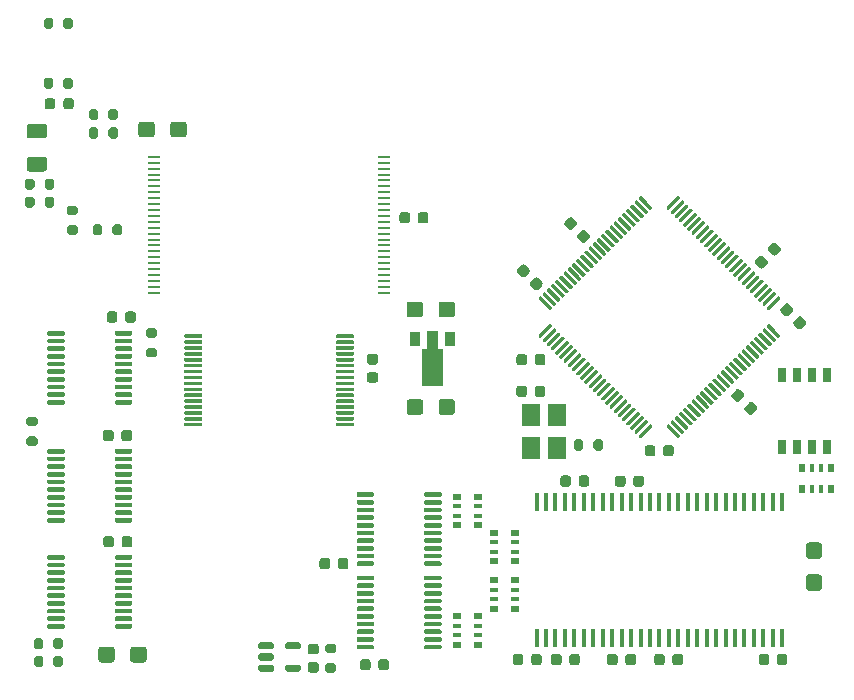
<source format=gtp>
G04 #@! TF.GenerationSoftware,KiCad,Pcbnew,6.0.11+dfsg-1~bpo11+1*
G04 #@! TF.CreationDate,2023-05-13T22:43:49+00:00*
G04 #@! TF.ProjectId,CIDER,43494445-522e-46b6-9963-61645f706362,rev?*
G04 #@! TF.SameCoordinates,Original*
G04 #@! TF.FileFunction,Paste,Top*
G04 #@! TF.FilePolarity,Positive*
%FSLAX46Y46*%
G04 Gerber Fmt 4.6, Leading zero omitted, Abs format (unit mm)*
G04 Created by KiCad (PCBNEW 6.0.11+dfsg-1~bpo11+1) date 2023-05-13 22:43:49*
%MOMM*%
%LPD*%
G01*
G04 APERTURE LIST*
%ADD10R,0.900000X1.300000*%
%ADD11R,0.800000X0.500000*%
%ADD12R,0.800000X0.400000*%
%ADD13R,1.650000X1.950000*%
%ADD14R,0.760000X1.250000*%
%ADD15R,0.458000X1.510000*%
%ADD16R,0.500000X0.800000*%
%ADD17R,0.400000X0.800000*%
%ADD18R,1.100000X0.250000*%
G04 APERTURE END LIST*
G36*
G01*
X51894808Y19604392D02*
X51894808Y20154392D01*
G75*
G02*
X52094808Y20354392I200000J0D01*
G01*
X52494808Y20354392D01*
G75*
G02*
X52694808Y20154392I0J-200000D01*
G01*
X52694808Y19604392D01*
G75*
G02*
X52494808Y19404392I-200000J0D01*
G01*
X52094808Y19404392D01*
G75*
G02*
X51894808Y19604392I0J200000D01*
G01*
G37*
G36*
G01*
X53544808Y19604392D02*
X53544808Y20154392D01*
G75*
G02*
X53744808Y20354392I200000J0D01*
G01*
X54144808Y20354392D01*
G75*
G02*
X54344808Y20154392I0J-200000D01*
G01*
X54344808Y19604392D01*
G75*
G02*
X54144808Y19404392I-200000J0D01*
G01*
X53744808Y19404392D01*
G75*
G02*
X53544808Y19604392I0J200000D01*
G01*
G37*
G36*
G01*
X40684100Y2869100D02*
X40684100Y2669100D01*
G75*
G02*
X40584100Y2569100I-100000J0D01*
G01*
X39309100Y2569100D01*
G75*
G02*
X39209100Y2669100I0J100000D01*
G01*
X39209100Y2869100D01*
G75*
G02*
X39309100Y2969100I100000J0D01*
G01*
X40584100Y2969100D01*
G75*
G02*
X40684100Y2869100I0J-100000D01*
G01*
G37*
G36*
G01*
X40684100Y3519100D02*
X40684100Y3319100D01*
G75*
G02*
X40584100Y3219100I-100000J0D01*
G01*
X39309100Y3219100D01*
G75*
G02*
X39209100Y3319100I0J100000D01*
G01*
X39209100Y3519100D01*
G75*
G02*
X39309100Y3619100I100000J0D01*
G01*
X40584100Y3619100D01*
G75*
G02*
X40684100Y3519100I0J-100000D01*
G01*
G37*
G36*
G01*
X40684100Y4169100D02*
X40684100Y3969100D01*
G75*
G02*
X40584100Y3869100I-100000J0D01*
G01*
X39309100Y3869100D01*
G75*
G02*
X39209100Y3969100I0J100000D01*
G01*
X39209100Y4169100D01*
G75*
G02*
X39309100Y4269100I100000J0D01*
G01*
X40584100Y4269100D01*
G75*
G02*
X40684100Y4169100I0J-100000D01*
G01*
G37*
G36*
G01*
X40684100Y4819100D02*
X40684100Y4619100D01*
G75*
G02*
X40584100Y4519100I-100000J0D01*
G01*
X39309100Y4519100D01*
G75*
G02*
X39209100Y4619100I0J100000D01*
G01*
X39209100Y4819100D01*
G75*
G02*
X39309100Y4919100I100000J0D01*
G01*
X40584100Y4919100D01*
G75*
G02*
X40684100Y4819100I0J-100000D01*
G01*
G37*
G36*
G01*
X40684100Y5469100D02*
X40684100Y5269100D01*
G75*
G02*
X40584100Y5169100I-100000J0D01*
G01*
X39309100Y5169100D01*
G75*
G02*
X39209100Y5269100I0J100000D01*
G01*
X39209100Y5469100D01*
G75*
G02*
X39309100Y5569100I100000J0D01*
G01*
X40584100Y5569100D01*
G75*
G02*
X40684100Y5469100I0J-100000D01*
G01*
G37*
G36*
G01*
X40684100Y6119100D02*
X40684100Y5919100D01*
G75*
G02*
X40584100Y5819100I-100000J0D01*
G01*
X39309100Y5819100D01*
G75*
G02*
X39209100Y5919100I0J100000D01*
G01*
X39209100Y6119100D01*
G75*
G02*
X39309100Y6219100I100000J0D01*
G01*
X40584100Y6219100D01*
G75*
G02*
X40684100Y6119100I0J-100000D01*
G01*
G37*
G36*
G01*
X40684100Y6769100D02*
X40684100Y6569100D01*
G75*
G02*
X40584100Y6469100I-100000J0D01*
G01*
X39309100Y6469100D01*
G75*
G02*
X39209100Y6569100I0J100000D01*
G01*
X39209100Y6769100D01*
G75*
G02*
X39309100Y6869100I100000J0D01*
G01*
X40584100Y6869100D01*
G75*
G02*
X40684100Y6769100I0J-100000D01*
G01*
G37*
G36*
G01*
X40684100Y7419100D02*
X40684100Y7219100D01*
G75*
G02*
X40584100Y7119100I-100000J0D01*
G01*
X39309100Y7119100D01*
G75*
G02*
X39209100Y7219100I0J100000D01*
G01*
X39209100Y7419100D01*
G75*
G02*
X39309100Y7519100I100000J0D01*
G01*
X40584100Y7519100D01*
G75*
G02*
X40684100Y7419100I0J-100000D01*
G01*
G37*
G36*
G01*
X40684100Y8069100D02*
X40684100Y7869100D01*
G75*
G02*
X40584100Y7769100I-100000J0D01*
G01*
X39309100Y7769100D01*
G75*
G02*
X39209100Y7869100I0J100000D01*
G01*
X39209100Y8069100D01*
G75*
G02*
X39309100Y8169100I100000J0D01*
G01*
X40584100Y8169100D01*
G75*
G02*
X40684100Y8069100I0J-100000D01*
G01*
G37*
G36*
G01*
X40684100Y8719100D02*
X40684100Y8519100D01*
G75*
G02*
X40584100Y8419100I-100000J0D01*
G01*
X39309100Y8419100D01*
G75*
G02*
X39209100Y8519100I0J100000D01*
G01*
X39209100Y8719100D01*
G75*
G02*
X39309100Y8819100I100000J0D01*
G01*
X40584100Y8819100D01*
G75*
G02*
X40684100Y8719100I0J-100000D01*
G01*
G37*
G36*
G01*
X34959100Y8719100D02*
X34959100Y8519100D01*
G75*
G02*
X34859100Y8419100I-100000J0D01*
G01*
X33584100Y8419100D01*
G75*
G02*
X33484100Y8519100I0J100000D01*
G01*
X33484100Y8719100D01*
G75*
G02*
X33584100Y8819100I100000J0D01*
G01*
X34859100Y8819100D01*
G75*
G02*
X34959100Y8719100I0J-100000D01*
G01*
G37*
G36*
G01*
X34959100Y8069100D02*
X34959100Y7869100D01*
G75*
G02*
X34859100Y7769100I-100000J0D01*
G01*
X33584100Y7769100D01*
G75*
G02*
X33484100Y7869100I0J100000D01*
G01*
X33484100Y8069100D01*
G75*
G02*
X33584100Y8169100I100000J0D01*
G01*
X34859100Y8169100D01*
G75*
G02*
X34959100Y8069100I0J-100000D01*
G01*
G37*
G36*
G01*
X34959100Y7419100D02*
X34959100Y7219100D01*
G75*
G02*
X34859100Y7119100I-100000J0D01*
G01*
X33584100Y7119100D01*
G75*
G02*
X33484100Y7219100I0J100000D01*
G01*
X33484100Y7419100D01*
G75*
G02*
X33584100Y7519100I100000J0D01*
G01*
X34859100Y7519100D01*
G75*
G02*
X34959100Y7419100I0J-100000D01*
G01*
G37*
G36*
G01*
X34959100Y6769100D02*
X34959100Y6569100D01*
G75*
G02*
X34859100Y6469100I-100000J0D01*
G01*
X33584100Y6469100D01*
G75*
G02*
X33484100Y6569100I0J100000D01*
G01*
X33484100Y6769100D01*
G75*
G02*
X33584100Y6869100I100000J0D01*
G01*
X34859100Y6869100D01*
G75*
G02*
X34959100Y6769100I0J-100000D01*
G01*
G37*
G36*
G01*
X34959100Y6119100D02*
X34959100Y5919100D01*
G75*
G02*
X34859100Y5819100I-100000J0D01*
G01*
X33584100Y5819100D01*
G75*
G02*
X33484100Y5919100I0J100000D01*
G01*
X33484100Y6119100D01*
G75*
G02*
X33584100Y6219100I100000J0D01*
G01*
X34859100Y6219100D01*
G75*
G02*
X34959100Y6119100I0J-100000D01*
G01*
G37*
G36*
G01*
X34959100Y5469100D02*
X34959100Y5269100D01*
G75*
G02*
X34859100Y5169100I-100000J0D01*
G01*
X33584100Y5169100D01*
G75*
G02*
X33484100Y5269100I0J100000D01*
G01*
X33484100Y5469100D01*
G75*
G02*
X33584100Y5569100I100000J0D01*
G01*
X34859100Y5569100D01*
G75*
G02*
X34959100Y5469100I0J-100000D01*
G01*
G37*
G36*
G01*
X34959100Y4819100D02*
X34959100Y4619100D01*
G75*
G02*
X34859100Y4519100I-100000J0D01*
G01*
X33584100Y4519100D01*
G75*
G02*
X33484100Y4619100I0J100000D01*
G01*
X33484100Y4819100D01*
G75*
G02*
X33584100Y4919100I100000J0D01*
G01*
X34859100Y4919100D01*
G75*
G02*
X34959100Y4819100I0J-100000D01*
G01*
G37*
G36*
G01*
X34959100Y4169100D02*
X34959100Y3969100D01*
G75*
G02*
X34859100Y3869100I-100000J0D01*
G01*
X33584100Y3869100D01*
G75*
G02*
X33484100Y3969100I0J100000D01*
G01*
X33484100Y4169100D01*
G75*
G02*
X33584100Y4269100I100000J0D01*
G01*
X34859100Y4269100D01*
G75*
G02*
X34959100Y4169100I0J-100000D01*
G01*
G37*
G36*
G01*
X34959100Y3519100D02*
X34959100Y3319100D01*
G75*
G02*
X34859100Y3219100I-100000J0D01*
G01*
X33584100Y3219100D01*
G75*
G02*
X33484100Y3319100I0J100000D01*
G01*
X33484100Y3519100D01*
G75*
G02*
X33584100Y3619100I100000J0D01*
G01*
X34859100Y3619100D01*
G75*
G02*
X34959100Y3519100I0J-100000D01*
G01*
G37*
G36*
G01*
X34959100Y2869100D02*
X34959100Y2669100D01*
G75*
G02*
X34859100Y2569100I-100000J0D01*
G01*
X33584100Y2569100D01*
G75*
G02*
X33484100Y2669100I0J100000D01*
G01*
X33484100Y2869100D01*
G75*
G02*
X33584100Y2969100I100000J0D01*
G01*
X34859100Y2969100D01*
G75*
G02*
X34959100Y2869100I0J-100000D01*
G01*
G37*
G36*
G01*
X40684100Y9930300D02*
X40684100Y9730300D01*
G75*
G02*
X40584100Y9630300I-100000J0D01*
G01*
X39309100Y9630300D01*
G75*
G02*
X39209100Y9730300I0J100000D01*
G01*
X39209100Y9930300D01*
G75*
G02*
X39309100Y10030300I100000J0D01*
G01*
X40584100Y10030300D01*
G75*
G02*
X40684100Y9930300I0J-100000D01*
G01*
G37*
G36*
G01*
X40684100Y10580300D02*
X40684100Y10380300D01*
G75*
G02*
X40584100Y10280300I-100000J0D01*
G01*
X39309100Y10280300D01*
G75*
G02*
X39209100Y10380300I0J100000D01*
G01*
X39209100Y10580300D01*
G75*
G02*
X39309100Y10680300I100000J0D01*
G01*
X40584100Y10680300D01*
G75*
G02*
X40684100Y10580300I0J-100000D01*
G01*
G37*
G36*
G01*
X40684100Y11230300D02*
X40684100Y11030300D01*
G75*
G02*
X40584100Y10930300I-100000J0D01*
G01*
X39309100Y10930300D01*
G75*
G02*
X39209100Y11030300I0J100000D01*
G01*
X39209100Y11230300D01*
G75*
G02*
X39309100Y11330300I100000J0D01*
G01*
X40584100Y11330300D01*
G75*
G02*
X40684100Y11230300I0J-100000D01*
G01*
G37*
G36*
G01*
X40684100Y11880300D02*
X40684100Y11680300D01*
G75*
G02*
X40584100Y11580300I-100000J0D01*
G01*
X39309100Y11580300D01*
G75*
G02*
X39209100Y11680300I0J100000D01*
G01*
X39209100Y11880300D01*
G75*
G02*
X39309100Y11980300I100000J0D01*
G01*
X40584100Y11980300D01*
G75*
G02*
X40684100Y11880300I0J-100000D01*
G01*
G37*
G36*
G01*
X40684100Y12530300D02*
X40684100Y12330300D01*
G75*
G02*
X40584100Y12230300I-100000J0D01*
G01*
X39309100Y12230300D01*
G75*
G02*
X39209100Y12330300I0J100000D01*
G01*
X39209100Y12530300D01*
G75*
G02*
X39309100Y12630300I100000J0D01*
G01*
X40584100Y12630300D01*
G75*
G02*
X40684100Y12530300I0J-100000D01*
G01*
G37*
G36*
G01*
X40684100Y13180300D02*
X40684100Y12980300D01*
G75*
G02*
X40584100Y12880300I-100000J0D01*
G01*
X39309100Y12880300D01*
G75*
G02*
X39209100Y12980300I0J100000D01*
G01*
X39209100Y13180300D01*
G75*
G02*
X39309100Y13280300I100000J0D01*
G01*
X40584100Y13280300D01*
G75*
G02*
X40684100Y13180300I0J-100000D01*
G01*
G37*
G36*
G01*
X40684100Y13830300D02*
X40684100Y13630300D01*
G75*
G02*
X40584100Y13530300I-100000J0D01*
G01*
X39309100Y13530300D01*
G75*
G02*
X39209100Y13630300I0J100000D01*
G01*
X39209100Y13830300D01*
G75*
G02*
X39309100Y13930300I100000J0D01*
G01*
X40584100Y13930300D01*
G75*
G02*
X40684100Y13830300I0J-100000D01*
G01*
G37*
G36*
G01*
X40684100Y14480300D02*
X40684100Y14280300D01*
G75*
G02*
X40584100Y14180300I-100000J0D01*
G01*
X39309100Y14180300D01*
G75*
G02*
X39209100Y14280300I0J100000D01*
G01*
X39209100Y14480300D01*
G75*
G02*
X39309100Y14580300I100000J0D01*
G01*
X40584100Y14580300D01*
G75*
G02*
X40684100Y14480300I0J-100000D01*
G01*
G37*
G36*
G01*
X40684100Y15130300D02*
X40684100Y14930300D01*
G75*
G02*
X40584100Y14830300I-100000J0D01*
G01*
X39309100Y14830300D01*
G75*
G02*
X39209100Y14930300I0J100000D01*
G01*
X39209100Y15130300D01*
G75*
G02*
X39309100Y15230300I100000J0D01*
G01*
X40584100Y15230300D01*
G75*
G02*
X40684100Y15130300I0J-100000D01*
G01*
G37*
G36*
G01*
X40684100Y15780300D02*
X40684100Y15580300D01*
G75*
G02*
X40584100Y15480300I-100000J0D01*
G01*
X39309100Y15480300D01*
G75*
G02*
X39209100Y15580300I0J100000D01*
G01*
X39209100Y15780300D01*
G75*
G02*
X39309100Y15880300I100000J0D01*
G01*
X40584100Y15880300D01*
G75*
G02*
X40684100Y15780300I0J-100000D01*
G01*
G37*
G36*
G01*
X34959100Y15780300D02*
X34959100Y15580300D01*
G75*
G02*
X34859100Y15480300I-100000J0D01*
G01*
X33584100Y15480300D01*
G75*
G02*
X33484100Y15580300I0J100000D01*
G01*
X33484100Y15780300D01*
G75*
G02*
X33584100Y15880300I100000J0D01*
G01*
X34859100Y15880300D01*
G75*
G02*
X34959100Y15780300I0J-100000D01*
G01*
G37*
G36*
G01*
X34959100Y15130300D02*
X34959100Y14930300D01*
G75*
G02*
X34859100Y14830300I-100000J0D01*
G01*
X33584100Y14830300D01*
G75*
G02*
X33484100Y14930300I0J100000D01*
G01*
X33484100Y15130300D01*
G75*
G02*
X33584100Y15230300I100000J0D01*
G01*
X34859100Y15230300D01*
G75*
G02*
X34959100Y15130300I0J-100000D01*
G01*
G37*
G36*
G01*
X34959100Y14480300D02*
X34959100Y14280300D01*
G75*
G02*
X34859100Y14180300I-100000J0D01*
G01*
X33584100Y14180300D01*
G75*
G02*
X33484100Y14280300I0J100000D01*
G01*
X33484100Y14480300D01*
G75*
G02*
X33584100Y14580300I100000J0D01*
G01*
X34859100Y14580300D01*
G75*
G02*
X34959100Y14480300I0J-100000D01*
G01*
G37*
G36*
G01*
X34959100Y13830300D02*
X34959100Y13630300D01*
G75*
G02*
X34859100Y13530300I-100000J0D01*
G01*
X33584100Y13530300D01*
G75*
G02*
X33484100Y13630300I0J100000D01*
G01*
X33484100Y13830300D01*
G75*
G02*
X33584100Y13930300I100000J0D01*
G01*
X34859100Y13930300D01*
G75*
G02*
X34959100Y13830300I0J-100000D01*
G01*
G37*
G36*
G01*
X34959100Y13180300D02*
X34959100Y12980300D01*
G75*
G02*
X34859100Y12880300I-100000J0D01*
G01*
X33584100Y12880300D01*
G75*
G02*
X33484100Y12980300I0J100000D01*
G01*
X33484100Y13180300D01*
G75*
G02*
X33584100Y13280300I100000J0D01*
G01*
X34859100Y13280300D01*
G75*
G02*
X34959100Y13180300I0J-100000D01*
G01*
G37*
G36*
G01*
X34959100Y12530300D02*
X34959100Y12330300D01*
G75*
G02*
X34859100Y12230300I-100000J0D01*
G01*
X33584100Y12230300D01*
G75*
G02*
X33484100Y12330300I0J100000D01*
G01*
X33484100Y12530300D01*
G75*
G02*
X33584100Y12630300I100000J0D01*
G01*
X34859100Y12630300D01*
G75*
G02*
X34959100Y12530300I0J-100000D01*
G01*
G37*
G36*
G01*
X34959100Y11880300D02*
X34959100Y11680300D01*
G75*
G02*
X34859100Y11580300I-100000J0D01*
G01*
X33584100Y11580300D01*
G75*
G02*
X33484100Y11680300I0J100000D01*
G01*
X33484100Y11880300D01*
G75*
G02*
X33584100Y11980300I100000J0D01*
G01*
X34859100Y11980300D01*
G75*
G02*
X34959100Y11880300I0J-100000D01*
G01*
G37*
G36*
G01*
X34959100Y11230300D02*
X34959100Y11030300D01*
G75*
G02*
X34859100Y10930300I-100000J0D01*
G01*
X33584100Y10930300D01*
G75*
G02*
X33484100Y11030300I0J100000D01*
G01*
X33484100Y11230300D01*
G75*
G02*
X33584100Y11330300I100000J0D01*
G01*
X34859100Y11330300D01*
G75*
G02*
X34959100Y11230300I0J-100000D01*
G01*
G37*
G36*
G01*
X34959100Y10580300D02*
X34959100Y10380300D01*
G75*
G02*
X34859100Y10280300I-100000J0D01*
G01*
X33584100Y10280300D01*
G75*
G02*
X33484100Y10380300I0J100000D01*
G01*
X33484100Y10580300D01*
G75*
G02*
X33584100Y10680300I100000J0D01*
G01*
X34859100Y10680300D01*
G75*
G02*
X34959100Y10580300I0J-100000D01*
G01*
G37*
G36*
G01*
X34959100Y9930300D02*
X34959100Y9730300D01*
G75*
G02*
X34859100Y9630300I-100000J0D01*
G01*
X33584100Y9630300D01*
G75*
G02*
X33484100Y9730300I0J100000D01*
G01*
X33484100Y9930300D01*
G75*
G02*
X33584100Y10030300I100000J0D01*
G01*
X34859100Y10030300D01*
G75*
G02*
X34959100Y9930300I0J-100000D01*
G01*
G37*
G36*
G01*
X37730908Y30928300D02*
X37730908Y31778300D01*
G75*
G02*
X37980908Y32028300I250000J0D01*
G01*
X38880908Y32028300D01*
G75*
G02*
X39130908Y31778300I0J-250000D01*
G01*
X39130908Y30928300D01*
G75*
G02*
X38880908Y30678300I-250000J0D01*
G01*
X37980908Y30678300D01*
G75*
G02*
X37730908Y30928300I0J250000D01*
G01*
G37*
G36*
G01*
X40430908Y30928300D02*
X40430908Y31778300D01*
G75*
G02*
X40680908Y32028300I250000J0D01*
G01*
X41580908Y32028300D01*
G75*
G02*
X41830908Y31778300I0J-250000D01*
G01*
X41830908Y30928300D01*
G75*
G02*
X41580908Y30678300I-250000J0D01*
G01*
X40680908Y30678300D01*
G75*
G02*
X40430908Y30928300I0J250000D01*
G01*
G37*
G36*
G01*
X49191283Y33377771D02*
X48837729Y33024217D01*
G75*
G02*
X48519531Y33024217I-159099J159099D01*
G01*
X48201333Y33342415D01*
G75*
G02*
X48201333Y33660613I159099J159099D01*
G01*
X48554887Y34014167D01*
G75*
G02*
X48873085Y34014167I159099J-159099D01*
G01*
X49191283Y33695969D01*
G75*
G02*
X49191283Y33377771I-159099J-159099D01*
G01*
G37*
G36*
G01*
X48095267Y34473787D02*
X47741713Y34120233D01*
G75*
G02*
X47423515Y34120233I-159099J159099D01*
G01*
X47105317Y34438431D01*
G75*
G02*
X47105317Y34756629I159099J159099D01*
G01*
X47458871Y35110183D01*
G75*
G02*
X47777069Y35110183I159099J-159099D01*
G01*
X48095267Y34791985D01*
G75*
G02*
X48095267Y34473787I-159099J-159099D01*
G01*
G37*
G36*
G01*
X9136000Y40137800D02*
X9686000Y40137800D01*
G75*
G02*
X9886000Y39937800I0J-200000D01*
G01*
X9886000Y39537800D01*
G75*
G02*
X9686000Y39337800I-200000J0D01*
G01*
X9136000Y39337800D01*
G75*
G02*
X8936000Y39537800I0J200000D01*
G01*
X8936000Y39937800D01*
G75*
G02*
X9136000Y40137800I200000J0D01*
G01*
G37*
G36*
G01*
X9136000Y38487800D02*
X9686000Y38487800D01*
G75*
G02*
X9886000Y38287800I0J-200000D01*
G01*
X9886000Y37887800D01*
G75*
G02*
X9686000Y37687800I-200000J0D01*
G01*
X9136000Y37687800D01*
G75*
G02*
X8936000Y37887800I0J200000D01*
G01*
X8936000Y38287800D01*
G75*
G02*
X9136000Y38487800I200000J0D01*
G01*
G37*
G36*
G01*
X14499100Y11939800D02*
X14499100Y11439800D01*
G75*
G02*
X14274100Y11214800I-225000J0D01*
G01*
X13824100Y11214800D01*
G75*
G02*
X13599100Y11439800I0J225000D01*
G01*
X13599100Y11939800D01*
G75*
G02*
X13824100Y12164800I225000J0D01*
G01*
X14274100Y12164800D01*
G75*
G02*
X14499100Y11939800I0J-225000D01*
G01*
G37*
G36*
G01*
X12949100Y11939800D02*
X12949100Y11439800D01*
G75*
G02*
X12724100Y11214800I-225000J0D01*
G01*
X12274100Y11214800D01*
G75*
G02*
X12049100Y11439800I0J225000D01*
G01*
X12049100Y11939800D01*
G75*
G02*
X12274100Y12164800I225000J0D01*
G01*
X12724100Y12164800D01*
G75*
G02*
X12949100Y11939800I0J-225000D01*
G01*
G37*
G36*
G01*
X57816200Y17064800D02*
X57816200Y16564800D01*
G75*
G02*
X57591200Y16339800I-225000J0D01*
G01*
X57141200Y16339800D01*
G75*
G02*
X56916200Y16564800I0J225000D01*
G01*
X56916200Y17064800D01*
G75*
G02*
X57141200Y17289800I225000J0D01*
G01*
X57591200Y17289800D01*
G75*
G02*
X57816200Y17064800I0J-225000D01*
G01*
G37*
G36*
G01*
X56266200Y17064800D02*
X56266200Y16564800D01*
G75*
G02*
X56041200Y16339800I-225000J0D01*
G01*
X55591200Y16339800D01*
G75*
G02*
X55366200Y16564800I0J225000D01*
G01*
X55366200Y17064800D01*
G75*
G02*
X55591200Y17289800I225000J0D01*
G01*
X56041200Y17289800D01*
G75*
G02*
X56266200Y17064800I0J-225000D01*
G01*
G37*
G36*
G01*
X72639000Y7534300D02*
X71789000Y7534300D01*
G75*
G02*
X71539000Y7784300I0J250000D01*
G01*
X71539000Y8684300D01*
G75*
G02*
X71789000Y8934300I250000J0D01*
G01*
X72639000Y8934300D01*
G75*
G02*
X72889000Y8684300I0J-250000D01*
G01*
X72889000Y7784300D01*
G75*
G02*
X72639000Y7534300I-250000J0D01*
G01*
G37*
G36*
G01*
X72639000Y10234300D02*
X71789000Y10234300D01*
G75*
G02*
X71539000Y10484300I0J250000D01*
G01*
X71539000Y11384300D01*
G75*
G02*
X71789000Y11634300I250000J0D01*
G01*
X72639000Y11634300D01*
G75*
G02*
X72889000Y11384300I0J-250000D01*
G01*
X72889000Y10484300D01*
G75*
G02*
X72639000Y10234300I-250000J0D01*
G01*
G37*
G36*
G01*
X11612300Y1706600D02*
X11612300Y2556600D01*
G75*
G02*
X11862300Y2806600I250000J0D01*
G01*
X12762300Y2806600D01*
G75*
G02*
X13012300Y2556600I0J-250000D01*
G01*
X13012300Y1706600D01*
G75*
G02*
X12762300Y1456600I-250000J0D01*
G01*
X11862300Y1456600D01*
G75*
G02*
X11612300Y1706600I0J250000D01*
G01*
G37*
G36*
G01*
X14312300Y1706600D02*
X14312300Y2556600D01*
G75*
G02*
X14562300Y2806600I250000J0D01*
G01*
X15462300Y2806600D01*
G75*
G02*
X15712300Y2556600I0J-250000D01*
G01*
X15712300Y1706600D01*
G75*
G02*
X15462300Y1456600I-250000J0D01*
G01*
X14562300Y1456600D01*
G75*
G02*
X14312300Y1706600I0J250000D01*
G01*
G37*
G36*
G01*
X54695700Y1466400D02*
X54695700Y1966400D01*
G75*
G02*
X54920700Y2191400I225000J0D01*
G01*
X55370700Y2191400D01*
G75*
G02*
X55595700Y1966400I0J-225000D01*
G01*
X55595700Y1466400D01*
G75*
G02*
X55370700Y1241400I-225000J0D01*
G01*
X54920700Y1241400D01*
G75*
G02*
X54695700Y1466400I0J225000D01*
G01*
G37*
G36*
G01*
X56245700Y1466400D02*
X56245700Y1966400D01*
G75*
G02*
X56470700Y2191400I225000J0D01*
G01*
X56920700Y2191400D01*
G75*
G02*
X57145700Y1966400I0J-225000D01*
G01*
X57145700Y1466400D01*
G75*
G02*
X56920700Y1241400I-225000J0D01*
G01*
X56470700Y1241400D01*
G75*
G02*
X56245700Y1466400I0J225000D01*
G01*
G37*
G36*
G01*
X41830908Y23523300D02*
X41830908Y22673300D01*
G75*
G02*
X41580908Y22423300I-250000J0D01*
G01*
X40680908Y22423300D01*
G75*
G02*
X40430908Y22673300I0J250000D01*
G01*
X40430908Y23523300D01*
G75*
G02*
X40680908Y23773300I250000J0D01*
G01*
X41580908Y23773300D01*
G75*
G02*
X41830908Y23523300I0J-250000D01*
G01*
G37*
G36*
G01*
X39130908Y23523300D02*
X39130908Y22673300D01*
G75*
G02*
X38880908Y22423300I-250000J0D01*
G01*
X37980908Y22423300D01*
G75*
G02*
X37730908Y22673300I0J250000D01*
G01*
X37730908Y23523300D01*
G75*
G02*
X37980908Y23773300I250000J0D01*
G01*
X38880908Y23773300D01*
G75*
G02*
X39130908Y23523300I0J-250000D01*
G01*
G37*
D10*
X41433308Y28844592D03*
G36*
X39066808Y24894592D02*
G01*
X39066808Y28019592D01*
X39483308Y28019592D01*
X39483308Y29494592D01*
X40383308Y29494592D01*
X40383308Y28019592D01*
X40799808Y28019592D01*
X40799808Y24894592D01*
X39066808Y24894592D01*
G37*
X38433308Y28844592D03*
G36*
G01*
X14796400Y30966400D02*
X14796400Y30466400D01*
G75*
G02*
X14571400Y30241400I-225000J0D01*
G01*
X14121400Y30241400D01*
G75*
G02*
X13896400Y30466400I0J225000D01*
G01*
X13896400Y30966400D01*
G75*
G02*
X14121400Y31191400I225000J0D01*
G01*
X14571400Y31191400D01*
G75*
G02*
X14796400Y30966400I0J-225000D01*
G01*
G37*
G36*
G01*
X13246400Y30966400D02*
X13246400Y30466400D01*
G75*
G02*
X13021400Y30241400I-225000J0D01*
G01*
X12571400Y30241400D01*
G75*
G02*
X12346400Y30466400I0J225000D01*
G01*
X12346400Y30966400D01*
G75*
G02*
X12571400Y31191400I225000J0D01*
G01*
X13021400Y31191400D01*
G75*
G02*
X13246400Y30966400I0J-225000D01*
G01*
G37*
G36*
G01*
X6287200Y19815900D02*
X5737200Y19815900D01*
G75*
G02*
X5537200Y20015900I0J200000D01*
G01*
X5537200Y20415900D01*
G75*
G02*
X5737200Y20615900I200000J0D01*
G01*
X6287200Y20615900D01*
G75*
G02*
X6487200Y20415900I0J-200000D01*
G01*
X6487200Y20015900D01*
G75*
G02*
X6287200Y19815900I-200000J0D01*
G01*
G37*
G36*
G01*
X6287200Y21465900D02*
X5737200Y21465900D01*
G75*
G02*
X5537200Y21665900I0J200000D01*
G01*
X5537200Y22065900D01*
G75*
G02*
X5737200Y22265900I200000J0D01*
G01*
X6287200Y22265900D01*
G75*
G02*
X6487200Y22065900I0J-200000D01*
G01*
X6487200Y21665900D01*
G75*
G02*
X6287200Y21465900I-200000J0D01*
G01*
G37*
G36*
G01*
X35088700Y25146000D02*
X34588700Y25146000D01*
G75*
G02*
X34363700Y25371000I0J225000D01*
G01*
X34363700Y25821000D01*
G75*
G02*
X34588700Y26046000I225000J0D01*
G01*
X35088700Y26046000D01*
G75*
G02*
X35313700Y25821000I0J-225000D01*
G01*
X35313700Y25371000D01*
G75*
G02*
X35088700Y25146000I-225000J0D01*
G01*
G37*
G36*
G01*
X35088700Y26696000D02*
X34588700Y26696000D01*
G75*
G02*
X34363700Y26921000I0J225000D01*
G01*
X34363700Y27371000D01*
G75*
G02*
X34588700Y27596000I225000J0D01*
G01*
X35088700Y27596000D01*
G75*
G02*
X35313700Y27371000I0J-225000D01*
G01*
X35313700Y26921000D01*
G75*
G02*
X35088700Y26696000I-225000J0D01*
G01*
G37*
G36*
G01*
X14473700Y20931400D02*
X14473700Y20431400D01*
G75*
G02*
X14248700Y20206400I-225000J0D01*
G01*
X13798700Y20206400D01*
G75*
G02*
X13573700Y20431400I0J225000D01*
G01*
X13573700Y20931400D01*
G75*
G02*
X13798700Y21156400I225000J0D01*
G01*
X14248700Y21156400D01*
G75*
G02*
X14473700Y20931400I0J-225000D01*
G01*
G37*
G36*
G01*
X12923700Y20931400D02*
X12923700Y20431400D01*
G75*
G02*
X12698700Y20206400I-225000J0D01*
G01*
X12248700Y20206400D01*
G75*
G02*
X12023700Y20431400I0J225000D01*
G01*
X12023700Y20931400D01*
G75*
G02*
X12248700Y21156400I225000J0D01*
G01*
X12698700Y21156400D01*
G75*
G02*
X12923700Y20931400I0J-225000D01*
G01*
G37*
D11*
X45101200Y12436500D03*
D12*
X45101200Y11636500D03*
X45101200Y10836500D03*
D11*
X45101200Y10036500D03*
X46901200Y10036500D03*
D12*
X46901200Y10836500D03*
X46901200Y11636500D03*
D11*
X46901200Y12436500D03*
G36*
G01*
X5422200Y40171500D02*
X5422200Y40721500D01*
G75*
G02*
X5622200Y40921500I200000J0D01*
G01*
X6022200Y40921500D01*
G75*
G02*
X6222200Y40721500I0J-200000D01*
G01*
X6222200Y40171500D01*
G75*
G02*
X6022200Y39971500I-200000J0D01*
G01*
X5622200Y39971500D01*
G75*
G02*
X5422200Y40171500I0J200000D01*
G01*
G37*
G36*
G01*
X7072200Y40171500D02*
X7072200Y40721500D01*
G75*
G02*
X7272200Y40921500I200000J0D01*
G01*
X7672200Y40921500D01*
G75*
G02*
X7872200Y40721500I0J-200000D01*
G01*
X7872200Y40171500D01*
G75*
G02*
X7672200Y39971500I-200000J0D01*
G01*
X7272200Y39971500D01*
G75*
G02*
X7072200Y40171500I0J200000D01*
G01*
G37*
G36*
G01*
X6168200Y1272400D02*
X6168200Y1822400D01*
G75*
G02*
X6368200Y2022400I200000J0D01*
G01*
X6768200Y2022400D01*
G75*
G02*
X6968200Y1822400I0J-200000D01*
G01*
X6968200Y1272400D01*
G75*
G02*
X6768200Y1072400I-200000J0D01*
G01*
X6368200Y1072400D01*
G75*
G02*
X6168200Y1272400I0J200000D01*
G01*
G37*
G36*
G01*
X7818200Y1272400D02*
X7818200Y1822400D01*
G75*
G02*
X8018200Y2022400I200000J0D01*
G01*
X8418200Y2022400D01*
G75*
G02*
X8618200Y1822400I0J-200000D01*
G01*
X8618200Y1272400D01*
G75*
G02*
X8418200Y1072400I-200000J0D01*
G01*
X8018200Y1072400D01*
G75*
G02*
X7818200Y1272400I0J200000D01*
G01*
G37*
X41977000Y5373000D03*
D12*
X41977000Y4573000D03*
X41977000Y3773000D03*
D11*
X41977000Y2973000D03*
X43777000Y2973000D03*
D12*
X43777000Y3773000D03*
X43777000Y4573000D03*
D11*
X43777000Y5373000D03*
G36*
G01*
X29569600Y3053800D02*
X30069600Y3053800D01*
G75*
G02*
X30294600Y2828800I0J-225000D01*
G01*
X30294600Y2378800D01*
G75*
G02*
X30069600Y2153800I-225000J0D01*
G01*
X29569600Y2153800D01*
G75*
G02*
X29344600Y2378800I0J225000D01*
G01*
X29344600Y2828800D01*
G75*
G02*
X29569600Y3053800I225000J0D01*
G01*
G37*
G36*
G01*
X29569600Y1503800D02*
X30069600Y1503800D01*
G75*
G02*
X30294600Y1278800I0J-225000D01*
G01*
X30294600Y828800D01*
G75*
G02*
X30069600Y603800I-225000J0D01*
G01*
X29569600Y603800D01*
G75*
G02*
X29344600Y828800I0J225000D01*
G01*
X29344600Y1278800D01*
G75*
G02*
X29569600Y1503800I225000J0D01*
G01*
G37*
G36*
G01*
X65266317Y24215629D02*
X65619871Y24569183D01*
G75*
G02*
X65938069Y24569183I159099J-159099D01*
G01*
X66256267Y24250985D01*
G75*
G02*
X66256267Y23932787I-159099J-159099D01*
G01*
X65902713Y23579233D01*
G75*
G02*
X65584515Y23579233I-159099J159099D01*
G01*
X65266317Y23897431D01*
G75*
G02*
X65266317Y24215629I159099J159099D01*
G01*
G37*
G36*
G01*
X66362333Y23119613D02*
X66715887Y23473167D01*
G75*
G02*
X67034085Y23473167I159099J-159099D01*
G01*
X67352283Y23154969D01*
G75*
G02*
X67352283Y22836771I-159099J-159099D01*
G01*
X66998729Y22483217D01*
G75*
G02*
X66680531Y22483217I-159099J159099D01*
G01*
X66362333Y22801415D01*
G75*
G02*
X66362333Y23119613I159099J159099D01*
G01*
G37*
G36*
G01*
X6168200Y2771000D02*
X6168200Y3321000D01*
G75*
G02*
X6368200Y3521000I200000J0D01*
G01*
X6768200Y3521000D01*
G75*
G02*
X6968200Y3321000I0J-200000D01*
G01*
X6968200Y2771000D01*
G75*
G02*
X6768200Y2571000I-200000J0D01*
G01*
X6368200Y2571000D01*
G75*
G02*
X6168200Y2771000I0J200000D01*
G01*
G37*
G36*
G01*
X7818200Y2771000D02*
X7818200Y3321000D01*
G75*
G02*
X8018200Y3521000I200000J0D01*
G01*
X8418200Y3521000D01*
G75*
G02*
X8618200Y3321000I0J-200000D01*
G01*
X8618200Y2771000D01*
G75*
G02*
X8418200Y2571000I-200000J0D01*
G01*
X8018200Y2571000D01*
G75*
G02*
X7818200Y2771000I0J200000D01*
G01*
G37*
G36*
G01*
X9467600Y50793600D02*
X9467600Y50243600D01*
G75*
G02*
X9267600Y50043600I-200000J0D01*
G01*
X8867600Y50043600D01*
G75*
G02*
X8667600Y50243600I0J200000D01*
G01*
X8667600Y50793600D01*
G75*
G02*
X8867600Y50993600I200000J0D01*
G01*
X9267600Y50993600D01*
G75*
G02*
X9467600Y50793600I0J-200000D01*
G01*
G37*
G36*
G01*
X7817600Y50793600D02*
X7817600Y50243600D01*
G75*
G02*
X7617600Y50043600I-200000J0D01*
G01*
X7217600Y50043600D01*
G75*
G02*
X7017600Y50243600I0J200000D01*
G01*
X7017600Y50793600D01*
G75*
G02*
X7217600Y50993600I200000J0D01*
G01*
X7617600Y50993600D01*
G75*
G02*
X7817600Y50793600I0J-200000D01*
G01*
G37*
G36*
G01*
X19111200Y47018300D02*
X19111200Y46168300D01*
G75*
G02*
X18861200Y45918300I-250000J0D01*
G01*
X17961200Y45918300D01*
G75*
G02*
X17711200Y46168300I0J250000D01*
G01*
X17711200Y47018300D01*
G75*
G02*
X17961200Y47268300I250000J0D01*
G01*
X18861200Y47268300D01*
G75*
G02*
X19111200Y47018300I0J-250000D01*
G01*
G37*
G36*
G01*
X16411200Y47018300D02*
X16411200Y46168300D01*
G75*
G02*
X16161200Y45918300I-250000J0D01*
G01*
X15261200Y45918300D01*
G75*
G02*
X15011200Y46168300I0J250000D01*
G01*
X15011200Y47018300D01*
G75*
G02*
X15261200Y47268300I250000J0D01*
G01*
X16161200Y47268300D01*
G75*
G02*
X16411200Y47018300I0J-250000D01*
G01*
G37*
D13*
X48260608Y22415900D03*
X48260608Y19665900D03*
X50460608Y19665900D03*
X50460608Y22415900D03*
G36*
G01*
X7093800Y48511750D02*
X7093800Y49024250D01*
G75*
G02*
X7312550Y49243000I218750J0D01*
G01*
X7750050Y49243000D01*
G75*
G02*
X7968800Y49024250I0J-218750D01*
G01*
X7968800Y48511750D01*
G75*
G02*
X7750050Y48293000I-218750J0D01*
G01*
X7312550Y48293000D01*
G75*
G02*
X7093800Y48511750I0J218750D01*
G01*
G37*
G36*
G01*
X8668800Y48511750D02*
X8668800Y49024250D01*
G75*
G02*
X8887550Y49243000I218750J0D01*
G01*
X9325050Y49243000D01*
G75*
G02*
X9543800Y49024250I0J-218750D01*
G01*
X9543800Y48511750D01*
G75*
G02*
X9325050Y48293000I-218750J0D01*
G01*
X8887550Y48293000D01*
G75*
G02*
X8668800Y48511750I0J218750D01*
G01*
G37*
G36*
G01*
X25174800Y2730400D02*
X25174800Y3030400D01*
G75*
G02*
X25324800Y3180400I150000J0D01*
G01*
X26349800Y3180400D01*
G75*
G02*
X26499800Y3030400I0J-150000D01*
G01*
X26499800Y2730400D01*
G75*
G02*
X26349800Y2580400I-150000J0D01*
G01*
X25324800Y2580400D01*
G75*
G02*
X25174800Y2730400I0J150000D01*
G01*
G37*
G36*
G01*
X25174800Y1780400D02*
X25174800Y2080400D01*
G75*
G02*
X25324800Y2230400I150000J0D01*
G01*
X26349800Y2230400D01*
G75*
G02*
X26499800Y2080400I0J-150000D01*
G01*
X26499800Y1780400D01*
G75*
G02*
X26349800Y1630400I-150000J0D01*
G01*
X25324800Y1630400D01*
G75*
G02*
X25174800Y1780400I0J150000D01*
G01*
G37*
G36*
G01*
X25174800Y830400D02*
X25174800Y1130400D01*
G75*
G02*
X25324800Y1280400I150000J0D01*
G01*
X26349800Y1280400D01*
G75*
G02*
X26499800Y1130400I0J-150000D01*
G01*
X26499800Y830400D01*
G75*
G02*
X26349800Y680400I-150000J0D01*
G01*
X25324800Y680400D01*
G75*
G02*
X25174800Y830400I0J150000D01*
G01*
G37*
G36*
G01*
X27449800Y830400D02*
X27449800Y1130400D01*
G75*
G02*
X27599800Y1280400I150000J0D01*
G01*
X28624800Y1280400D01*
G75*
G02*
X28774800Y1130400I0J-150000D01*
G01*
X28774800Y830400D01*
G75*
G02*
X28624800Y680400I-150000J0D01*
G01*
X27599800Y680400D01*
G75*
G02*
X27449800Y830400I0J150000D01*
G01*
G37*
G36*
G01*
X27449800Y2730400D02*
X27449800Y3030400D01*
G75*
G02*
X27599800Y3180400I150000J0D01*
G01*
X28624800Y3180400D01*
G75*
G02*
X28774800Y3030400I0J-150000D01*
G01*
X28774800Y2730400D01*
G75*
G02*
X28624800Y2580400I-150000J0D01*
G01*
X27599800Y2580400D01*
G75*
G02*
X27449800Y2730400I0J150000D01*
G01*
G37*
D14*
X69469000Y19683400D03*
X70739000Y19683400D03*
X72009000Y19683400D03*
X73279000Y19683400D03*
X73279000Y25833400D03*
X72009000Y25833400D03*
X70739000Y25833400D03*
X69469000Y25833400D03*
D11*
X45101200Y8421000D03*
D12*
X45101200Y7621000D03*
X45101200Y6821000D03*
D11*
X45101200Y6021000D03*
X46901200Y6021000D03*
D12*
X46901200Y6821000D03*
X46901200Y7621000D03*
D11*
X46901200Y8421000D03*
G36*
G01*
X49474900Y27357600D02*
X49474900Y26857600D01*
G75*
G02*
X49249900Y26632600I-225000J0D01*
G01*
X48799900Y26632600D01*
G75*
G02*
X48574900Y26857600I0J225000D01*
G01*
X48574900Y27357600D01*
G75*
G02*
X48799900Y27582600I225000J0D01*
G01*
X49249900Y27582600D01*
G75*
G02*
X49474900Y27357600I0J-225000D01*
G01*
G37*
G36*
G01*
X47924900Y27357600D02*
X47924900Y26857600D01*
G75*
G02*
X47699900Y26632600I-225000J0D01*
G01*
X47249900Y26632600D01*
G75*
G02*
X47024900Y26857600I0J225000D01*
G01*
X47024900Y27357600D01*
G75*
G02*
X47249900Y27582600I225000J0D01*
G01*
X47699900Y27582600D01*
G75*
G02*
X47924900Y27357600I0J-225000D01*
G01*
G37*
G36*
G01*
X49170100Y1966400D02*
X49170100Y1466400D01*
G75*
G02*
X48945100Y1241400I-225000J0D01*
G01*
X48495100Y1241400D01*
G75*
G02*
X48270100Y1466400I0J225000D01*
G01*
X48270100Y1966400D01*
G75*
G02*
X48495100Y2191400I225000J0D01*
G01*
X48945100Y2191400D01*
G75*
G02*
X49170100Y1966400I0J-225000D01*
G01*
G37*
G36*
G01*
X47620100Y1966400D02*
X47620100Y1466400D01*
G75*
G02*
X47395100Y1241400I-225000J0D01*
G01*
X46945100Y1241400D01*
G75*
G02*
X46720100Y1466400I0J225000D01*
G01*
X46720100Y1966400D01*
G75*
G02*
X46945100Y2191400I225000J0D01*
G01*
X47395100Y2191400D01*
G75*
G02*
X47620100Y1966400I0J-225000D01*
G01*
G37*
G36*
G01*
X53204483Y37390971D02*
X52850929Y37037417D01*
G75*
G02*
X52532731Y37037417I-159099J159099D01*
G01*
X52214533Y37355615D01*
G75*
G02*
X52214533Y37673813I159099J159099D01*
G01*
X52568087Y38027367D01*
G75*
G02*
X52886285Y38027367I159099J-159099D01*
G01*
X53204483Y37709169D01*
G75*
G02*
X53204483Y37390971I-159099J-159099D01*
G01*
G37*
G36*
G01*
X52108467Y38486987D02*
X51754913Y38133433D01*
G75*
G02*
X51436715Y38133433I-159099J159099D01*
G01*
X51118517Y38451631D01*
G75*
G02*
X51118517Y38769829I159099J159099D01*
G01*
X51472071Y39123383D01*
G75*
G02*
X51790269Y39123383I159099J-159099D01*
G01*
X52108467Y38805185D01*
G75*
G02*
X52108467Y38486987I-159099J-159099D01*
G01*
G37*
G36*
G01*
X7302500Y29241671D02*
X7302500Y29441671D01*
G75*
G02*
X7402500Y29541671I100000J0D01*
G01*
X8677500Y29541671D01*
G75*
G02*
X8777500Y29441671I0J-100000D01*
G01*
X8777500Y29241671D01*
G75*
G02*
X8677500Y29141671I-100000J0D01*
G01*
X7402500Y29141671D01*
G75*
G02*
X7302500Y29241671I0J100000D01*
G01*
G37*
G36*
G01*
X7302500Y28591671D02*
X7302500Y28791671D01*
G75*
G02*
X7402500Y28891671I100000J0D01*
G01*
X8677500Y28891671D01*
G75*
G02*
X8777500Y28791671I0J-100000D01*
G01*
X8777500Y28591671D01*
G75*
G02*
X8677500Y28491671I-100000J0D01*
G01*
X7402500Y28491671D01*
G75*
G02*
X7302500Y28591671I0J100000D01*
G01*
G37*
G36*
G01*
X7302500Y27941671D02*
X7302500Y28141671D01*
G75*
G02*
X7402500Y28241671I100000J0D01*
G01*
X8677500Y28241671D01*
G75*
G02*
X8777500Y28141671I0J-100000D01*
G01*
X8777500Y27941671D01*
G75*
G02*
X8677500Y27841671I-100000J0D01*
G01*
X7402500Y27841671D01*
G75*
G02*
X7302500Y27941671I0J100000D01*
G01*
G37*
G36*
G01*
X7302500Y27291671D02*
X7302500Y27491671D01*
G75*
G02*
X7402500Y27591671I100000J0D01*
G01*
X8677500Y27591671D01*
G75*
G02*
X8777500Y27491671I0J-100000D01*
G01*
X8777500Y27291671D01*
G75*
G02*
X8677500Y27191671I-100000J0D01*
G01*
X7402500Y27191671D01*
G75*
G02*
X7302500Y27291671I0J100000D01*
G01*
G37*
G36*
G01*
X7302500Y26641671D02*
X7302500Y26841671D01*
G75*
G02*
X7402500Y26941671I100000J0D01*
G01*
X8677500Y26941671D01*
G75*
G02*
X8777500Y26841671I0J-100000D01*
G01*
X8777500Y26641671D01*
G75*
G02*
X8677500Y26541671I-100000J0D01*
G01*
X7402500Y26541671D01*
G75*
G02*
X7302500Y26641671I0J100000D01*
G01*
G37*
G36*
G01*
X7302500Y25991671D02*
X7302500Y26191671D01*
G75*
G02*
X7402500Y26291671I100000J0D01*
G01*
X8677500Y26291671D01*
G75*
G02*
X8777500Y26191671I0J-100000D01*
G01*
X8777500Y25991671D01*
G75*
G02*
X8677500Y25891671I-100000J0D01*
G01*
X7402500Y25891671D01*
G75*
G02*
X7302500Y25991671I0J100000D01*
G01*
G37*
G36*
G01*
X7302500Y25341671D02*
X7302500Y25541671D01*
G75*
G02*
X7402500Y25641671I100000J0D01*
G01*
X8677500Y25641671D01*
G75*
G02*
X8777500Y25541671I0J-100000D01*
G01*
X8777500Y25341671D01*
G75*
G02*
X8677500Y25241671I-100000J0D01*
G01*
X7402500Y25241671D01*
G75*
G02*
X7302500Y25341671I0J100000D01*
G01*
G37*
G36*
G01*
X7302500Y24691671D02*
X7302500Y24891671D01*
G75*
G02*
X7402500Y24991671I100000J0D01*
G01*
X8677500Y24991671D01*
G75*
G02*
X8777500Y24891671I0J-100000D01*
G01*
X8777500Y24691671D01*
G75*
G02*
X8677500Y24591671I-100000J0D01*
G01*
X7402500Y24591671D01*
G75*
G02*
X7302500Y24691671I0J100000D01*
G01*
G37*
G36*
G01*
X7302500Y24041671D02*
X7302500Y24241671D01*
G75*
G02*
X7402500Y24341671I100000J0D01*
G01*
X8677500Y24341671D01*
G75*
G02*
X8777500Y24241671I0J-100000D01*
G01*
X8777500Y24041671D01*
G75*
G02*
X8677500Y23941671I-100000J0D01*
G01*
X7402500Y23941671D01*
G75*
G02*
X7302500Y24041671I0J100000D01*
G01*
G37*
G36*
G01*
X7302500Y23391671D02*
X7302500Y23591671D01*
G75*
G02*
X7402500Y23691671I100000J0D01*
G01*
X8677500Y23691671D01*
G75*
G02*
X8777500Y23591671I0J-100000D01*
G01*
X8777500Y23391671D01*
G75*
G02*
X8677500Y23291671I-100000J0D01*
G01*
X7402500Y23291671D01*
G75*
G02*
X7302500Y23391671I0J100000D01*
G01*
G37*
G36*
G01*
X13027500Y23391671D02*
X13027500Y23591671D01*
G75*
G02*
X13127500Y23691671I100000J0D01*
G01*
X14402500Y23691671D01*
G75*
G02*
X14502500Y23591671I0J-100000D01*
G01*
X14502500Y23391671D01*
G75*
G02*
X14402500Y23291671I-100000J0D01*
G01*
X13127500Y23291671D01*
G75*
G02*
X13027500Y23391671I0J100000D01*
G01*
G37*
G36*
G01*
X13027500Y24041671D02*
X13027500Y24241671D01*
G75*
G02*
X13127500Y24341671I100000J0D01*
G01*
X14402500Y24341671D01*
G75*
G02*
X14502500Y24241671I0J-100000D01*
G01*
X14502500Y24041671D01*
G75*
G02*
X14402500Y23941671I-100000J0D01*
G01*
X13127500Y23941671D01*
G75*
G02*
X13027500Y24041671I0J100000D01*
G01*
G37*
G36*
G01*
X13027500Y24691671D02*
X13027500Y24891671D01*
G75*
G02*
X13127500Y24991671I100000J0D01*
G01*
X14402500Y24991671D01*
G75*
G02*
X14502500Y24891671I0J-100000D01*
G01*
X14502500Y24691671D01*
G75*
G02*
X14402500Y24591671I-100000J0D01*
G01*
X13127500Y24591671D01*
G75*
G02*
X13027500Y24691671I0J100000D01*
G01*
G37*
G36*
G01*
X13027500Y25341671D02*
X13027500Y25541671D01*
G75*
G02*
X13127500Y25641671I100000J0D01*
G01*
X14402500Y25641671D01*
G75*
G02*
X14502500Y25541671I0J-100000D01*
G01*
X14502500Y25341671D01*
G75*
G02*
X14402500Y25241671I-100000J0D01*
G01*
X13127500Y25241671D01*
G75*
G02*
X13027500Y25341671I0J100000D01*
G01*
G37*
G36*
G01*
X13027500Y25991671D02*
X13027500Y26191671D01*
G75*
G02*
X13127500Y26291671I100000J0D01*
G01*
X14402500Y26291671D01*
G75*
G02*
X14502500Y26191671I0J-100000D01*
G01*
X14502500Y25991671D01*
G75*
G02*
X14402500Y25891671I-100000J0D01*
G01*
X13127500Y25891671D01*
G75*
G02*
X13027500Y25991671I0J100000D01*
G01*
G37*
G36*
G01*
X13027500Y26641671D02*
X13027500Y26841671D01*
G75*
G02*
X13127500Y26941671I100000J0D01*
G01*
X14402500Y26941671D01*
G75*
G02*
X14502500Y26841671I0J-100000D01*
G01*
X14502500Y26641671D01*
G75*
G02*
X14402500Y26541671I-100000J0D01*
G01*
X13127500Y26541671D01*
G75*
G02*
X13027500Y26641671I0J100000D01*
G01*
G37*
G36*
G01*
X13027500Y27291671D02*
X13027500Y27491671D01*
G75*
G02*
X13127500Y27591671I100000J0D01*
G01*
X14402500Y27591671D01*
G75*
G02*
X14502500Y27491671I0J-100000D01*
G01*
X14502500Y27291671D01*
G75*
G02*
X14402500Y27191671I-100000J0D01*
G01*
X13127500Y27191671D01*
G75*
G02*
X13027500Y27291671I0J100000D01*
G01*
G37*
G36*
G01*
X13027500Y27941671D02*
X13027500Y28141671D01*
G75*
G02*
X13127500Y28241671I100000J0D01*
G01*
X14402500Y28241671D01*
G75*
G02*
X14502500Y28141671I0J-100000D01*
G01*
X14502500Y27941671D01*
G75*
G02*
X14402500Y27841671I-100000J0D01*
G01*
X13127500Y27841671D01*
G75*
G02*
X13027500Y27941671I0J100000D01*
G01*
G37*
G36*
G01*
X13027500Y28591671D02*
X13027500Y28791671D01*
G75*
G02*
X13127500Y28891671I100000J0D01*
G01*
X14402500Y28891671D01*
G75*
G02*
X14502500Y28791671I0J-100000D01*
G01*
X14502500Y28591671D01*
G75*
G02*
X14402500Y28491671I-100000J0D01*
G01*
X13127500Y28491671D01*
G75*
G02*
X13027500Y28591671I0J100000D01*
G01*
G37*
G36*
G01*
X13027500Y29241671D02*
X13027500Y29441671D01*
G75*
G02*
X13127500Y29541671I100000J0D01*
G01*
X14402500Y29541671D01*
G75*
G02*
X14502500Y29441671I0J-100000D01*
G01*
X14502500Y29241671D01*
G75*
G02*
X14402500Y29141671I-100000J0D01*
G01*
X13127500Y29141671D01*
G75*
G02*
X13027500Y29241671I0J100000D01*
G01*
G37*
G36*
G01*
X16405800Y27297200D02*
X15855800Y27297200D01*
G75*
G02*
X15655800Y27497200I0J200000D01*
G01*
X15655800Y27897200D01*
G75*
G02*
X15855800Y28097200I200000J0D01*
G01*
X16405800Y28097200D01*
G75*
G02*
X16605800Y27897200I0J-200000D01*
G01*
X16605800Y27497200D01*
G75*
G02*
X16405800Y27297200I-200000J0D01*
G01*
G37*
G36*
G01*
X16405800Y28947200D02*
X15855800Y28947200D01*
G75*
G02*
X15655800Y29147200I0J200000D01*
G01*
X15655800Y29547200D01*
G75*
G02*
X15855800Y29747200I200000J0D01*
G01*
X16405800Y29747200D01*
G75*
G02*
X16605800Y29547200I0J-200000D01*
G01*
X16605800Y29147200D01*
G75*
G02*
X16405800Y28947200I-200000J0D01*
G01*
G37*
G36*
G01*
X31567800Y603800D02*
X31017800Y603800D01*
G75*
G02*
X30817800Y803800I0J200000D01*
G01*
X30817800Y1203800D01*
G75*
G02*
X31017800Y1403800I200000J0D01*
G01*
X31567800Y1403800D01*
G75*
G02*
X31767800Y1203800I0J-200000D01*
G01*
X31767800Y803800D01*
G75*
G02*
X31567800Y603800I-200000J0D01*
G01*
G37*
G36*
G01*
X31567800Y2253800D02*
X31017800Y2253800D01*
G75*
G02*
X30817800Y2453800I0J200000D01*
G01*
X30817800Y2853800D01*
G75*
G02*
X31017800Y3053800I200000J0D01*
G01*
X31567800Y3053800D01*
G75*
G02*
X31767800Y2853800I0J-200000D01*
G01*
X31767800Y2453800D01*
G75*
G02*
X31567800Y2253800I-200000J0D01*
G01*
G37*
G36*
G01*
X5803000Y47084600D02*
X7053000Y47084600D01*
G75*
G02*
X7303000Y46834600I0J-250000D01*
G01*
X7303000Y46084600D01*
G75*
G02*
X7053000Y45834600I-250000J0D01*
G01*
X5803000Y45834600D01*
G75*
G02*
X5553000Y46084600I0J250000D01*
G01*
X5553000Y46834600D01*
G75*
G02*
X5803000Y47084600I250000J0D01*
G01*
G37*
G36*
G01*
X5803000Y44284600D02*
X7053000Y44284600D01*
G75*
G02*
X7303000Y44034600I0J-250000D01*
G01*
X7303000Y43284600D01*
G75*
G02*
X7053000Y43034600I-250000J0D01*
G01*
X5803000Y43034600D01*
G75*
G02*
X5553000Y43284600I0J250000D01*
G01*
X5553000Y44034600D01*
G75*
G02*
X5803000Y44284600I250000J0D01*
G01*
G37*
G36*
G01*
X49001896Y28958511D02*
X48895830Y29064577D01*
G75*
G02*
X48895830Y29170643I53033J53033D01*
G01*
X49832746Y30107559D01*
G75*
G02*
X49938812Y30107559I53033J-53033D01*
G01*
X50044878Y30001493D01*
G75*
G02*
X50044878Y29895427I-53033J-53033D01*
G01*
X49107962Y28958511D01*
G75*
G02*
X49001896Y28958511I-53033J53033D01*
G01*
G37*
G36*
G01*
X49355449Y28604958D02*
X49249383Y28711024D01*
G75*
G02*
X49249383Y28817090I53033J53033D01*
G01*
X50186299Y29754006D01*
G75*
G02*
X50292365Y29754006I53033J-53033D01*
G01*
X50398431Y29647940D01*
G75*
G02*
X50398431Y29541874I-53033J-53033D01*
G01*
X49461515Y28604958D01*
G75*
G02*
X49355449Y28604958I-53033J53033D01*
G01*
G37*
G36*
G01*
X49709002Y28251404D02*
X49602936Y28357470D01*
G75*
G02*
X49602936Y28463536I53033J53033D01*
G01*
X50539852Y29400452D01*
G75*
G02*
X50645918Y29400452I53033J-53033D01*
G01*
X50751984Y29294386D01*
G75*
G02*
X50751984Y29188320I-53033J-53033D01*
G01*
X49815068Y28251404D01*
G75*
G02*
X49709002Y28251404I-53033J53033D01*
G01*
G37*
G36*
G01*
X50062556Y27897851D02*
X49956490Y28003917D01*
G75*
G02*
X49956490Y28109983I53033J53033D01*
G01*
X50893406Y29046899D01*
G75*
G02*
X50999472Y29046899I53033J-53033D01*
G01*
X51105538Y28940833D01*
G75*
G02*
X51105538Y28834767I-53033J-53033D01*
G01*
X50168622Y27897851D01*
G75*
G02*
X50062556Y27897851I-53033J53033D01*
G01*
G37*
G36*
G01*
X50416109Y27544297D02*
X50310043Y27650363D01*
G75*
G02*
X50310043Y27756429I53033J53033D01*
G01*
X51246959Y28693345D01*
G75*
G02*
X51353025Y28693345I53033J-53033D01*
G01*
X51459091Y28587279D01*
G75*
G02*
X51459091Y28481213I-53033J-53033D01*
G01*
X50522175Y27544297D01*
G75*
G02*
X50416109Y27544297I-53033J53033D01*
G01*
G37*
G36*
G01*
X50769663Y27190744D02*
X50663597Y27296810D01*
G75*
G02*
X50663597Y27402876I53033J53033D01*
G01*
X51600513Y28339792D01*
G75*
G02*
X51706579Y28339792I53033J-53033D01*
G01*
X51812645Y28233726D01*
G75*
G02*
X51812645Y28127660I-53033J-53033D01*
G01*
X50875729Y27190744D01*
G75*
G02*
X50769663Y27190744I-53033J53033D01*
G01*
G37*
G36*
G01*
X51123216Y26837191D02*
X51017150Y26943257D01*
G75*
G02*
X51017150Y27049323I53033J53033D01*
G01*
X51954066Y27986239D01*
G75*
G02*
X52060132Y27986239I53033J-53033D01*
G01*
X52166198Y27880173D01*
G75*
G02*
X52166198Y27774107I-53033J-53033D01*
G01*
X51229282Y26837191D01*
G75*
G02*
X51123216Y26837191I-53033J53033D01*
G01*
G37*
G36*
G01*
X51476769Y26483637D02*
X51370703Y26589703D01*
G75*
G02*
X51370703Y26695769I53033J53033D01*
G01*
X52307619Y27632685D01*
G75*
G02*
X52413685Y27632685I53033J-53033D01*
G01*
X52519751Y27526619D01*
G75*
G02*
X52519751Y27420553I-53033J-53033D01*
G01*
X51582835Y26483637D01*
G75*
G02*
X51476769Y26483637I-53033J53033D01*
G01*
G37*
G36*
G01*
X51830323Y26130084D02*
X51724257Y26236150D01*
G75*
G02*
X51724257Y26342216I53033J53033D01*
G01*
X52661173Y27279132D01*
G75*
G02*
X52767239Y27279132I53033J-53033D01*
G01*
X52873305Y27173066D01*
G75*
G02*
X52873305Y27067000I-53033J-53033D01*
G01*
X51936389Y26130084D01*
G75*
G02*
X51830323Y26130084I-53033J53033D01*
G01*
G37*
G36*
G01*
X52183876Y25776530D02*
X52077810Y25882596D01*
G75*
G02*
X52077810Y25988662I53033J53033D01*
G01*
X53014726Y26925578D01*
G75*
G02*
X53120792Y26925578I53033J-53033D01*
G01*
X53226858Y26819512D01*
G75*
G02*
X53226858Y26713446I-53033J-53033D01*
G01*
X52289942Y25776530D01*
G75*
G02*
X52183876Y25776530I-53033J53033D01*
G01*
G37*
G36*
G01*
X52537430Y25422977D02*
X52431364Y25529043D01*
G75*
G02*
X52431364Y25635109I53033J53033D01*
G01*
X53368280Y26572025D01*
G75*
G02*
X53474346Y26572025I53033J-53033D01*
G01*
X53580412Y26465959D01*
G75*
G02*
X53580412Y26359893I-53033J-53033D01*
G01*
X52643496Y25422977D01*
G75*
G02*
X52537430Y25422977I-53033J53033D01*
G01*
G37*
G36*
G01*
X52890983Y25069424D02*
X52784917Y25175490D01*
G75*
G02*
X52784917Y25281556I53033J53033D01*
G01*
X53721833Y26218472D01*
G75*
G02*
X53827899Y26218472I53033J-53033D01*
G01*
X53933965Y26112406D01*
G75*
G02*
X53933965Y26006340I-53033J-53033D01*
G01*
X52997049Y25069424D01*
G75*
G02*
X52890983Y25069424I-53033J53033D01*
G01*
G37*
G36*
G01*
X53244536Y24715870D02*
X53138470Y24821936D01*
G75*
G02*
X53138470Y24928002I53033J53033D01*
G01*
X54075386Y25864918D01*
G75*
G02*
X54181452Y25864918I53033J-53033D01*
G01*
X54287518Y25758852D01*
G75*
G02*
X54287518Y25652786I-53033J-53033D01*
G01*
X53350602Y24715870D01*
G75*
G02*
X53244536Y24715870I-53033J53033D01*
G01*
G37*
G36*
G01*
X53598090Y24362317D02*
X53492024Y24468383D01*
G75*
G02*
X53492024Y24574449I53033J53033D01*
G01*
X54428940Y25511365D01*
G75*
G02*
X54535006Y25511365I53033J-53033D01*
G01*
X54641072Y25405299D01*
G75*
G02*
X54641072Y25299233I-53033J-53033D01*
G01*
X53704156Y24362317D01*
G75*
G02*
X53598090Y24362317I-53033J53033D01*
G01*
G37*
G36*
G01*
X53951643Y24008764D02*
X53845577Y24114830D01*
G75*
G02*
X53845577Y24220896I53033J53033D01*
G01*
X54782493Y25157812D01*
G75*
G02*
X54888559Y25157812I53033J-53033D01*
G01*
X54994625Y25051746D01*
G75*
G02*
X54994625Y24945680I-53033J-53033D01*
G01*
X54057709Y24008764D01*
G75*
G02*
X53951643Y24008764I-53033J53033D01*
G01*
G37*
G36*
G01*
X54305196Y23655210D02*
X54199130Y23761276D01*
G75*
G02*
X54199130Y23867342I53033J53033D01*
G01*
X55136046Y24804258D01*
G75*
G02*
X55242112Y24804258I53033J-53033D01*
G01*
X55348178Y24698192D01*
G75*
G02*
X55348178Y24592126I-53033J-53033D01*
G01*
X54411262Y23655210D01*
G75*
G02*
X54305196Y23655210I-53033J53033D01*
G01*
G37*
G36*
G01*
X54658750Y23301657D02*
X54552684Y23407723D01*
G75*
G02*
X54552684Y23513789I53033J53033D01*
G01*
X55489600Y24450705D01*
G75*
G02*
X55595666Y24450705I53033J-53033D01*
G01*
X55701732Y24344639D01*
G75*
G02*
X55701732Y24238573I-53033J-53033D01*
G01*
X54764816Y23301657D01*
G75*
G02*
X54658750Y23301657I-53033J53033D01*
G01*
G37*
G36*
G01*
X55012303Y22948103D02*
X54906237Y23054169D01*
G75*
G02*
X54906237Y23160235I53033J53033D01*
G01*
X55843153Y24097151D01*
G75*
G02*
X55949219Y24097151I53033J-53033D01*
G01*
X56055285Y23991085D01*
G75*
G02*
X56055285Y23885019I-53033J-53033D01*
G01*
X55118369Y22948103D01*
G75*
G02*
X55012303Y22948103I-53033J53033D01*
G01*
G37*
G36*
G01*
X55365857Y22594550D02*
X55259791Y22700616D01*
G75*
G02*
X55259791Y22806682I53033J53033D01*
G01*
X56196707Y23743598D01*
G75*
G02*
X56302773Y23743598I53033J-53033D01*
G01*
X56408839Y23637532D01*
G75*
G02*
X56408839Y23531466I-53033J-53033D01*
G01*
X55471923Y22594550D01*
G75*
G02*
X55365857Y22594550I-53033J53033D01*
G01*
G37*
G36*
G01*
X55719410Y22240997D02*
X55613344Y22347063D01*
G75*
G02*
X55613344Y22453129I53033J53033D01*
G01*
X56550260Y23390045D01*
G75*
G02*
X56656326Y23390045I53033J-53033D01*
G01*
X56762392Y23283979D01*
G75*
G02*
X56762392Y23177913I-53033J-53033D01*
G01*
X55825476Y22240997D01*
G75*
G02*
X55719410Y22240997I-53033J53033D01*
G01*
G37*
G36*
G01*
X56072963Y21887443D02*
X55966897Y21993509D01*
G75*
G02*
X55966897Y22099575I53033J53033D01*
G01*
X56903813Y23036491D01*
G75*
G02*
X57009879Y23036491I53033J-53033D01*
G01*
X57115945Y22930425D01*
G75*
G02*
X57115945Y22824359I-53033J-53033D01*
G01*
X56179029Y21887443D01*
G75*
G02*
X56072963Y21887443I-53033J53033D01*
G01*
G37*
G36*
G01*
X56426517Y21533890D02*
X56320451Y21639956D01*
G75*
G02*
X56320451Y21746022I53033J53033D01*
G01*
X57257367Y22682938D01*
G75*
G02*
X57363433Y22682938I53033J-53033D01*
G01*
X57469499Y22576872D01*
G75*
G02*
X57469499Y22470806I-53033J-53033D01*
G01*
X56532583Y21533890D01*
G75*
G02*
X56426517Y21533890I-53033J53033D01*
G01*
G37*
G36*
G01*
X56780070Y21180336D02*
X56674004Y21286402D01*
G75*
G02*
X56674004Y21392468I53033J53033D01*
G01*
X57610920Y22329384D01*
G75*
G02*
X57716986Y22329384I53033J-53033D01*
G01*
X57823052Y22223318D01*
G75*
G02*
X57823052Y22117252I-53033J-53033D01*
G01*
X56886136Y21180336D01*
G75*
G02*
X56780070Y21180336I-53033J53033D01*
G01*
G37*
G36*
G01*
X57133624Y20826783D02*
X57027558Y20932849D01*
G75*
G02*
X57027558Y21038915I53033J53033D01*
G01*
X57964474Y21975831D01*
G75*
G02*
X58070540Y21975831I53033J-53033D01*
G01*
X58176606Y21869765D01*
G75*
G02*
X58176606Y21763699I-53033J-53033D01*
G01*
X57239690Y20826783D01*
G75*
G02*
X57133624Y20826783I-53033J53033D01*
G01*
G37*
G36*
G01*
X57487177Y20473230D02*
X57381111Y20579296D01*
G75*
G02*
X57381111Y20685362I53033J53033D01*
G01*
X58318027Y21622278D01*
G75*
G02*
X58424093Y21622278I53033J-53033D01*
G01*
X58530159Y21516212D01*
G75*
G02*
X58530159Y21410146I-53033J-53033D01*
G01*
X57593243Y20473230D01*
G75*
G02*
X57487177Y20473230I-53033J53033D01*
G01*
G37*
G36*
G01*
X60669157Y20473230D02*
X59732241Y21410146D01*
G75*
G02*
X59732241Y21516212I53033J53033D01*
G01*
X59838307Y21622278D01*
G75*
G02*
X59944373Y21622278I53033J-53033D01*
G01*
X60881289Y20685362D01*
G75*
G02*
X60881289Y20579296I-53033J-53033D01*
G01*
X60775223Y20473230D01*
G75*
G02*
X60669157Y20473230I-53033J53033D01*
G01*
G37*
G36*
G01*
X61022710Y20826783D02*
X60085794Y21763699D01*
G75*
G02*
X60085794Y21869765I53033J53033D01*
G01*
X60191860Y21975831D01*
G75*
G02*
X60297926Y21975831I53033J-53033D01*
G01*
X61234842Y21038915D01*
G75*
G02*
X61234842Y20932849I-53033J-53033D01*
G01*
X61128776Y20826783D01*
G75*
G02*
X61022710Y20826783I-53033J53033D01*
G01*
G37*
G36*
G01*
X61376264Y21180336D02*
X60439348Y22117252D01*
G75*
G02*
X60439348Y22223318I53033J53033D01*
G01*
X60545414Y22329384D01*
G75*
G02*
X60651480Y22329384I53033J-53033D01*
G01*
X61588396Y21392468D01*
G75*
G02*
X61588396Y21286402I-53033J-53033D01*
G01*
X61482330Y21180336D01*
G75*
G02*
X61376264Y21180336I-53033J53033D01*
G01*
G37*
G36*
G01*
X61729817Y21533890D02*
X60792901Y22470806D01*
G75*
G02*
X60792901Y22576872I53033J53033D01*
G01*
X60898967Y22682938D01*
G75*
G02*
X61005033Y22682938I53033J-53033D01*
G01*
X61941949Y21746022D01*
G75*
G02*
X61941949Y21639956I-53033J-53033D01*
G01*
X61835883Y21533890D01*
G75*
G02*
X61729817Y21533890I-53033J53033D01*
G01*
G37*
G36*
G01*
X62083371Y21887443D02*
X61146455Y22824359D01*
G75*
G02*
X61146455Y22930425I53033J53033D01*
G01*
X61252521Y23036491D01*
G75*
G02*
X61358587Y23036491I53033J-53033D01*
G01*
X62295503Y22099575D01*
G75*
G02*
X62295503Y21993509I-53033J-53033D01*
G01*
X62189437Y21887443D01*
G75*
G02*
X62083371Y21887443I-53033J53033D01*
G01*
G37*
G36*
G01*
X62436924Y22240997D02*
X61500008Y23177913D01*
G75*
G02*
X61500008Y23283979I53033J53033D01*
G01*
X61606074Y23390045D01*
G75*
G02*
X61712140Y23390045I53033J-53033D01*
G01*
X62649056Y22453129D01*
G75*
G02*
X62649056Y22347063I-53033J-53033D01*
G01*
X62542990Y22240997D01*
G75*
G02*
X62436924Y22240997I-53033J53033D01*
G01*
G37*
G36*
G01*
X62790477Y22594550D02*
X61853561Y23531466D01*
G75*
G02*
X61853561Y23637532I53033J53033D01*
G01*
X61959627Y23743598D01*
G75*
G02*
X62065693Y23743598I53033J-53033D01*
G01*
X63002609Y22806682D01*
G75*
G02*
X63002609Y22700616I-53033J-53033D01*
G01*
X62896543Y22594550D01*
G75*
G02*
X62790477Y22594550I-53033J53033D01*
G01*
G37*
G36*
G01*
X63144031Y22948103D02*
X62207115Y23885019D01*
G75*
G02*
X62207115Y23991085I53033J53033D01*
G01*
X62313181Y24097151D01*
G75*
G02*
X62419247Y24097151I53033J-53033D01*
G01*
X63356163Y23160235D01*
G75*
G02*
X63356163Y23054169I-53033J-53033D01*
G01*
X63250097Y22948103D01*
G75*
G02*
X63144031Y22948103I-53033J53033D01*
G01*
G37*
G36*
G01*
X63497584Y23301657D02*
X62560668Y24238573D01*
G75*
G02*
X62560668Y24344639I53033J53033D01*
G01*
X62666734Y24450705D01*
G75*
G02*
X62772800Y24450705I53033J-53033D01*
G01*
X63709716Y23513789D01*
G75*
G02*
X63709716Y23407723I-53033J-53033D01*
G01*
X63603650Y23301657D01*
G75*
G02*
X63497584Y23301657I-53033J53033D01*
G01*
G37*
G36*
G01*
X63851138Y23655210D02*
X62914222Y24592126D01*
G75*
G02*
X62914222Y24698192I53033J53033D01*
G01*
X63020288Y24804258D01*
G75*
G02*
X63126354Y24804258I53033J-53033D01*
G01*
X64063270Y23867342D01*
G75*
G02*
X64063270Y23761276I-53033J-53033D01*
G01*
X63957204Y23655210D01*
G75*
G02*
X63851138Y23655210I-53033J53033D01*
G01*
G37*
G36*
G01*
X64204691Y24008764D02*
X63267775Y24945680D01*
G75*
G02*
X63267775Y25051746I53033J53033D01*
G01*
X63373841Y25157812D01*
G75*
G02*
X63479907Y25157812I53033J-53033D01*
G01*
X64416823Y24220896D01*
G75*
G02*
X64416823Y24114830I-53033J-53033D01*
G01*
X64310757Y24008764D01*
G75*
G02*
X64204691Y24008764I-53033J53033D01*
G01*
G37*
G36*
G01*
X64558244Y24362317D02*
X63621328Y25299233D01*
G75*
G02*
X63621328Y25405299I53033J53033D01*
G01*
X63727394Y25511365D01*
G75*
G02*
X63833460Y25511365I53033J-53033D01*
G01*
X64770376Y24574449D01*
G75*
G02*
X64770376Y24468383I-53033J-53033D01*
G01*
X64664310Y24362317D01*
G75*
G02*
X64558244Y24362317I-53033J53033D01*
G01*
G37*
G36*
G01*
X64911798Y24715870D02*
X63974882Y25652786D01*
G75*
G02*
X63974882Y25758852I53033J53033D01*
G01*
X64080948Y25864918D01*
G75*
G02*
X64187014Y25864918I53033J-53033D01*
G01*
X65123930Y24928002D01*
G75*
G02*
X65123930Y24821936I-53033J-53033D01*
G01*
X65017864Y24715870D01*
G75*
G02*
X64911798Y24715870I-53033J53033D01*
G01*
G37*
G36*
G01*
X65265351Y25069424D02*
X64328435Y26006340D01*
G75*
G02*
X64328435Y26112406I53033J53033D01*
G01*
X64434501Y26218472D01*
G75*
G02*
X64540567Y26218472I53033J-53033D01*
G01*
X65477483Y25281556D01*
G75*
G02*
X65477483Y25175490I-53033J-53033D01*
G01*
X65371417Y25069424D01*
G75*
G02*
X65265351Y25069424I-53033J53033D01*
G01*
G37*
G36*
G01*
X65618904Y25422977D02*
X64681988Y26359893D01*
G75*
G02*
X64681988Y26465959I53033J53033D01*
G01*
X64788054Y26572025D01*
G75*
G02*
X64894120Y26572025I53033J-53033D01*
G01*
X65831036Y25635109D01*
G75*
G02*
X65831036Y25529043I-53033J-53033D01*
G01*
X65724970Y25422977D01*
G75*
G02*
X65618904Y25422977I-53033J53033D01*
G01*
G37*
G36*
G01*
X65972458Y25776530D02*
X65035542Y26713446D01*
G75*
G02*
X65035542Y26819512I53033J53033D01*
G01*
X65141608Y26925578D01*
G75*
G02*
X65247674Y26925578I53033J-53033D01*
G01*
X66184590Y25988662D01*
G75*
G02*
X66184590Y25882596I-53033J-53033D01*
G01*
X66078524Y25776530D01*
G75*
G02*
X65972458Y25776530I-53033J53033D01*
G01*
G37*
G36*
G01*
X66326011Y26130084D02*
X65389095Y27067000D01*
G75*
G02*
X65389095Y27173066I53033J53033D01*
G01*
X65495161Y27279132D01*
G75*
G02*
X65601227Y27279132I53033J-53033D01*
G01*
X66538143Y26342216D01*
G75*
G02*
X66538143Y26236150I-53033J-53033D01*
G01*
X66432077Y26130084D01*
G75*
G02*
X66326011Y26130084I-53033J53033D01*
G01*
G37*
G36*
G01*
X66679565Y26483637D02*
X65742649Y27420553D01*
G75*
G02*
X65742649Y27526619I53033J53033D01*
G01*
X65848715Y27632685D01*
G75*
G02*
X65954781Y27632685I53033J-53033D01*
G01*
X66891697Y26695769D01*
G75*
G02*
X66891697Y26589703I-53033J-53033D01*
G01*
X66785631Y26483637D01*
G75*
G02*
X66679565Y26483637I-53033J53033D01*
G01*
G37*
G36*
G01*
X67033118Y26837191D02*
X66096202Y27774107D01*
G75*
G02*
X66096202Y27880173I53033J53033D01*
G01*
X66202268Y27986239D01*
G75*
G02*
X66308334Y27986239I53033J-53033D01*
G01*
X67245250Y27049323D01*
G75*
G02*
X67245250Y26943257I-53033J-53033D01*
G01*
X67139184Y26837191D01*
G75*
G02*
X67033118Y26837191I-53033J53033D01*
G01*
G37*
G36*
G01*
X67386671Y27190744D02*
X66449755Y28127660D01*
G75*
G02*
X66449755Y28233726I53033J53033D01*
G01*
X66555821Y28339792D01*
G75*
G02*
X66661887Y28339792I53033J-53033D01*
G01*
X67598803Y27402876D01*
G75*
G02*
X67598803Y27296810I-53033J-53033D01*
G01*
X67492737Y27190744D01*
G75*
G02*
X67386671Y27190744I-53033J53033D01*
G01*
G37*
G36*
G01*
X67740225Y27544297D02*
X66803309Y28481213D01*
G75*
G02*
X66803309Y28587279I53033J53033D01*
G01*
X66909375Y28693345D01*
G75*
G02*
X67015441Y28693345I53033J-53033D01*
G01*
X67952357Y27756429D01*
G75*
G02*
X67952357Y27650363I-53033J-53033D01*
G01*
X67846291Y27544297D01*
G75*
G02*
X67740225Y27544297I-53033J53033D01*
G01*
G37*
G36*
G01*
X68093778Y27897851D02*
X67156862Y28834767D01*
G75*
G02*
X67156862Y28940833I53033J53033D01*
G01*
X67262928Y29046899D01*
G75*
G02*
X67368994Y29046899I53033J-53033D01*
G01*
X68305910Y28109983D01*
G75*
G02*
X68305910Y28003917I-53033J-53033D01*
G01*
X68199844Y27897851D01*
G75*
G02*
X68093778Y27897851I-53033J53033D01*
G01*
G37*
G36*
G01*
X68447332Y28251404D02*
X67510416Y29188320D01*
G75*
G02*
X67510416Y29294386I53033J53033D01*
G01*
X67616482Y29400452D01*
G75*
G02*
X67722548Y29400452I53033J-53033D01*
G01*
X68659464Y28463536D01*
G75*
G02*
X68659464Y28357470I-53033J-53033D01*
G01*
X68553398Y28251404D01*
G75*
G02*
X68447332Y28251404I-53033J53033D01*
G01*
G37*
G36*
G01*
X68800885Y28604958D02*
X67863969Y29541874D01*
G75*
G02*
X67863969Y29647940I53033J53033D01*
G01*
X67970035Y29754006D01*
G75*
G02*
X68076101Y29754006I53033J-53033D01*
G01*
X69013017Y28817090D01*
G75*
G02*
X69013017Y28711024I-53033J-53033D01*
G01*
X68906951Y28604958D01*
G75*
G02*
X68800885Y28604958I-53033J53033D01*
G01*
G37*
G36*
G01*
X69154438Y28958511D02*
X68217522Y29895427D01*
G75*
G02*
X68217522Y30001493I53033J53033D01*
G01*
X68323588Y30107559D01*
G75*
G02*
X68429654Y30107559I53033J-53033D01*
G01*
X69366570Y29170643D01*
G75*
G02*
X69366570Y29064577I-53033J-53033D01*
G01*
X69260504Y28958511D01*
G75*
G02*
X69154438Y28958511I-53033J53033D01*
G01*
G37*
G36*
G01*
X68323588Y31309641D02*
X68217522Y31415707D01*
G75*
G02*
X68217522Y31521773I53033J53033D01*
G01*
X69154438Y32458689D01*
G75*
G02*
X69260504Y32458689I53033J-53033D01*
G01*
X69366570Y32352623D01*
G75*
G02*
X69366570Y32246557I-53033J-53033D01*
G01*
X68429654Y31309641D01*
G75*
G02*
X68323588Y31309641I-53033J53033D01*
G01*
G37*
G36*
G01*
X67970035Y31663194D02*
X67863969Y31769260D01*
G75*
G02*
X67863969Y31875326I53033J53033D01*
G01*
X68800885Y32812242D01*
G75*
G02*
X68906951Y32812242I53033J-53033D01*
G01*
X69013017Y32706176D01*
G75*
G02*
X69013017Y32600110I-53033J-53033D01*
G01*
X68076101Y31663194D01*
G75*
G02*
X67970035Y31663194I-53033J53033D01*
G01*
G37*
G36*
G01*
X67616482Y32016748D02*
X67510416Y32122814D01*
G75*
G02*
X67510416Y32228880I53033J53033D01*
G01*
X68447332Y33165796D01*
G75*
G02*
X68553398Y33165796I53033J-53033D01*
G01*
X68659464Y33059730D01*
G75*
G02*
X68659464Y32953664I-53033J-53033D01*
G01*
X67722548Y32016748D01*
G75*
G02*
X67616482Y32016748I-53033J53033D01*
G01*
G37*
G36*
G01*
X67262928Y32370301D02*
X67156862Y32476367D01*
G75*
G02*
X67156862Y32582433I53033J53033D01*
G01*
X68093778Y33519349D01*
G75*
G02*
X68199844Y33519349I53033J-53033D01*
G01*
X68305910Y33413283D01*
G75*
G02*
X68305910Y33307217I-53033J-53033D01*
G01*
X67368994Y32370301D01*
G75*
G02*
X67262928Y32370301I-53033J53033D01*
G01*
G37*
G36*
G01*
X66909375Y32723855D02*
X66803309Y32829921D01*
G75*
G02*
X66803309Y32935987I53033J53033D01*
G01*
X67740225Y33872903D01*
G75*
G02*
X67846291Y33872903I53033J-53033D01*
G01*
X67952357Y33766837D01*
G75*
G02*
X67952357Y33660771I-53033J-53033D01*
G01*
X67015441Y32723855D01*
G75*
G02*
X66909375Y32723855I-53033J53033D01*
G01*
G37*
G36*
G01*
X66555821Y33077408D02*
X66449755Y33183474D01*
G75*
G02*
X66449755Y33289540I53033J53033D01*
G01*
X67386671Y34226456D01*
G75*
G02*
X67492737Y34226456I53033J-53033D01*
G01*
X67598803Y34120390D01*
G75*
G02*
X67598803Y34014324I-53033J-53033D01*
G01*
X66661887Y33077408D01*
G75*
G02*
X66555821Y33077408I-53033J53033D01*
G01*
G37*
G36*
G01*
X66202268Y33430961D02*
X66096202Y33537027D01*
G75*
G02*
X66096202Y33643093I53033J53033D01*
G01*
X67033118Y34580009D01*
G75*
G02*
X67139184Y34580009I53033J-53033D01*
G01*
X67245250Y34473943D01*
G75*
G02*
X67245250Y34367877I-53033J-53033D01*
G01*
X66308334Y33430961D01*
G75*
G02*
X66202268Y33430961I-53033J53033D01*
G01*
G37*
G36*
G01*
X65848715Y33784515D02*
X65742649Y33890581D01*
G75*
G02*
X65742649Y33996647I53033J53033D01*
G01*
X66679565Y34933563D01*
G75*
G02*
X66785631Y34933563I53033J-53033D01*
G01*
X66891697Y34827497D01*
G75*
G02*
X66891697Y34721431I-53033J-53033D01*
G01*
X65954781Y33784515D01*
G75*
G02*
X65848715Y33784515I-53033J53033D01*
G01*
G37*
G36*
G01*
X65495161Y34138068D02*
X65389095Y34244134D01*
G75*
G02*
X65389095Y34350200I53033J53033D01*
G01*
X66326011Y35287116D01*
G75*
G02*
X66432077Y35287116I53033J-53033D01*
G01*
X66538143Y35181050D01*
G75*
G02*
X66538143Y35074984I-53033J-53033D01*
G01*
X65601227Y34138068D01*
G75*
G02*
X65495161Y34138068I-53033J53033D01*
G01*
G37*
G36*
G01*
X65141608Y34491622D02*
X65035542Y34597688D01*
G75*
G02*
X65035542Y34703754I53033J53033D01*
G01*
X65972458Y35640670D01*
G75*
G02*
X66078524Y35640670I53033J-53033D01*
G01*
X66184590Y35534604D01*
G75*
G02*
X66184590Y35428538I-53033J-53033D01*
G01*
X65247674Y34491622D01*
G75*
G02*
X65141608Y34491622I-53033J53033D01*
G01*
G37*
G36*
G01*
X64788054Y34845175D02*
X64681988Y34951241D01*
G75*
G02*
X64681988Y35057307I53033J53033D01*
G01*
X65618904Y35994223D01*
G75*
G02*
X65724970Y35994223I53033J-53033D01*
G01*
X65831036Y35888157D01*
G75*
G02*
X65831036Y35782091I-53033J-53033D01*
G01*
X64894120Y34845175D01*
G75*
G02*
X64788054Y34845175I-53033J53033D01*
G01*
G37*
G36*
G01*
X64434501Y35198728D02*
X64328435Y35304794D01*
G75*
G02*
X64328435Y35410860I53033J53033D01*
G01*
X65265351Y36347776D01*
G75*
G02*
X65371417Y36347776I53033J-53033D01*
G01*
X65477483Y36241710D01*
G75*
G02*
X65477483Y36135644I-53033J-53033D01*
G01*
X64540567Y35198728D01*
G75*
G02*
X64434501Y35198728I-53033J53033D01*
G01*
G37*
G36*
G01*
X64080948Y35552282D02*
X63974882Y35658348D01*
G75*
G02*
X63974882Y35764414I53033J53033D01*
G01*
X64911798Y36701330D01*
G75*
G02*
X65017864Y36701330I53033J-53033D01*
G01*
X65123930Y36595264D01*
G75*
G02*
X65123930Y36489198I-53033J-53033D01*
G01*
X64187014Y35552282D01*
G75*
G02*
X64080948Y35552282I-53033J53033D01*
G01*
G37*
G36*
G01*
X63727394Y35905835D02*
X63621328Y36011901D01*
G75*
G02*
X63621328Y36117967I53033J53033D01*
G01*
X64558244Y37054883D01*
G75*
G02*
X64664310Y37054883I53033J-53033D01*
G01*
X64770376Y36948817D01*
G75*
G02*
X64770376Y36842751I-53033J-53033D01*
G01*
X63833460Y35905835D01*
G75*
G02*
X63727394Y35905835I-53033J53033D01*
G01*
G37*
G36*
G01*
X63373841Y36259388D02*
X63267775Y36365454D01*
G75*
G02*
X63267775Y36471520I53033J53033D01*
G01*
X64204691Y37408436D01*
G75*
G02*
X64310757Y37408436I53033J-53033D01*
G01*
X64416823Y37302370D01*
G75*
G02*
X64416823Y37196304I-53033J-53033D01*
G01*
X63479907Y36259388D01*
G75*
G02*
X63373841Y36259388I-53033J53033D01*
G01*
G37*
G36*
G01*
X63020288Y36612942D02*
X62914222Y36719008D01*
G75*
G02*
X62914222Y36825074I53033J53033D01*
G01*
X63851138Y37761990D01*
G75*
G02*
X63957204Y37761990I53033J-53033D01*
G01*
X64063270Y37655924D01*
G75*
G02*
X64063270Y37549858I-53033J-53033D01*
G01*
X63126354Y36612942D01*
G75*
G02*
X63020288Y36612942I-53033J53033D01*
G01*
G37*
G36*
G01*
X62666734Y36966495D02*
X62560668Y37072561D01*
G75*
G02*
X62560668Y37178627I53033J53033D01*
G01*
X63497584Y38115543D01*
G75*
G02*
X63603650Y38115543I53033J-53033D01*
G01*
X63709716Y38009477D01*
G75*
G02*
X63709716Y37903411I-53033J-53033D01*
G01*
X62772800Y36966495D01*
G75*
G02*
X62666734Y36966495I-53033J53033D01*
G01*
G37*
G36*
G01*
X62313181Y37320049D02*
X62207115Y37426115D01*
G75*
G02*
X62207115Y37532181I53033J53033D01*
G01*
X63144031Y38469097D01*
G75*
G02*
X63250097Y38469097I53033J-53033D01*
G01*
X63356163Y38363031D01*
G75*
G02*
X63356163Y38256965I-53033J-53033D01*
G01*
X62419247Y37320049D01*
G75*
G02*
X62313181Y37320049I-53033J53033D01*
G01*
G37*
G36*
G01*
X61959627Y37673602D02*
X61853561Y37779668D01*
G75*
G02*
X61853561Y37885734I53033J53033D01*
G01*
X62790477Y38822650D01*
G75*
G02*
X62896543Y38822650I53033J-53033D01*
G01*
X63002609Y38716584D01*
G75*
G02*
X63002609Y38610518I-53033J-53033D01*
G01*
X62065693Y37673602D01*
G75*
G02*
X61959627Y37673602I-53033J53033D01*
G01*
G37*
G36*
G01*
X61606074Y38027155D02*
X61500008Y38133221D01*
G75*
G02*
X61500008Y38239287I53033J53033D01*
G01*
X62436924Y39176203D01*
G75*
G02*
X62542990Y39176203I53033J-53033D01*
G01*
X62649056Y39070137D01*
G75*
G02*
X62649056Y38964071I-53033J-53033D01*
G01*
X61712140Y38027155D01*
G75*
G02*
X61606074Y38027155I-53033J53033D01*
G01*
G37*
G36*
G01*
X61252521Y38380709D02*
X61146455Y38486775D01*
G75*
G02*
X61146455Y38592841I53033J53033D01*
G01*
X62083371Y39529757D01*
G75*
G02*
X62189437Y39529757I53033J-53033D01*
G01*
X62295503Y39423691D01*
G75*
G02*
X62295503Y39317625I-53033J-53033D01*
G01*
X61358587Y38380709D01*
G75*
G02*
X61252521Y38380709I-53033J53033D01*
G01*
G37*
G36*
G01*
X60898967Y38734262D02*
X60792901Y38840328D01*
G75*
G02*
X60792901Y38946394I53033J53033D01*
G01*
X61729817Y39883310D01*
G75*
G02*
X61835883Y39883310I53033J-53033D01*
G01*
X61941949Y39777244D01*
G75*
G02*
X61941949Y39671178I-53033J-53033D01*
G01*
X61005033Y38734262D01*
G75*
G02*
X60898967Y38734262I-53033J53033D01*
G01*
G37*
G36*
G01*
X60545414Y39087816D02*
X60439348Y39193882D01*
G75*
G02*
X60439348Y39299948I53033J53033D01*
G01*
X61376264Y40236864D01*
G75*
G02*
X61482330Y40236864I53033J-53033D01*
G01*
X61588396Y40130798D01*
G75*
G02*
X61588396Y40024732I-53033J-53033D01*
G01*
X60651480Y39087816D01*
G75*
G02*
X60545414Y39087816I-53033J53033D01*
G01*
G37*
G36*
G01*
X60191860Y39441369D02*
X60085794Y39547435D01*
G75*
G02*
X60085794Y39653501I53033J53033D01*
G01*
X61022710Y40590417D01*
G75*
G02*
X61128776Y40590417I53033J-53033D01*
G01*
X61234842Y40484351D01*
G75*
G02*
X61234842Y40378285I-53033J-53033D01*
G01*
X60297926Y39441369D01*
G75*
G02*
X60191860Y39441369I-53033J53033D01*
G01*
G37*
G36*
G01*
X59838307Y39794922D02*
X59732241Y39900988D01*
G75*
G02*
X59732241Y40007054I53033J53033D01*
G01*
X60669157Y40943970D01*
G75*
G02*
X60775223Y40943970I53033J-53033D01*
G01*
X60881289Y40837904D01*
G75*
G02*
X60881289Y40731838I-53033J-53033D01*
G01*
X59944373Y39794922D01*
G75*
G02*
X59838307Y39794922I-53033J53033D01*
G01*
G37*
G36*
G01*
X58318027Y39794922D02*
X57381111Y40731838D01*
G75*
G02*
X57381111Y40837904I53033J53033D01*
G01*
X57487177Y40943970D01*
G75*
G02*
X57593243Y40943970I53033J-53033D01*
G01*
X58530159Y40007054D01*
G75*
G02*
X58530159Y39900988I-53033J-53033D01*
G01*
X58424093Y39794922D01*
G75*
G02*
X58318027Y39794922I-53033J53033D01*
G01*
G37*
G36*
G01*
X57964474Y39441369D02*
X57027558Y40378285D01*
G75*
G02*
X57027558Y40484351I53033J53033D01*
G01*
X57133624Y40590417D01*
G75*
G02*
X57239690Y40590417I53033J-53033D01*
G01*
X58176606Y39653501D01*
G75*
G02*
X58176606Y39547435I-53033J-53033D01*
G01*
X58070540Y39441369D01*
G75*
G02*
X57964474Y39441369I-53033J53033D01*
G01*
G37*
G36*
G01*
X57610920Y39087816D02*
X56674004Y40024732D01*
G75*
G02*
X56674004Y40130798I53033J53033D01*
G01*
X56780070Y40236864D01*
G75*
G02*
X56886136Y40236864I53033J-53033D01*
G01*
X57823052Y39299948D01*
G75*
G02*
X57823052Y39193882I-53033J-53033D01*
G01*
X57716986Y39087816D01*
G75*
G02*
X57610920Y39087816I-53033J53033D01*
G01*
G37*
G36*
G01*
X57257367Y38734262D02*
X56320451Y39671178D01*
G75*
G02*
X56320451Y39777244I53033J53033D01*
G01*
X56426517Y39883310D01*
G75*
G02*
X56532583Y39883310I53033J-53033D01*
G01*
X57469499Y38946394D01*
G75*
G02*
X57469499Y38840328I-53033J-53033D01*
G01*
X57363433Y38734262D01*
G75*
G02*
X57257367Y38734262I-53033J53033D01*
G01*
G37*
G36*
G01*
X56903813Y38380709D02*
X55966897Y39317625D01*
G75*
G02*
X55966897Y39423691I53033J53033D01*
G01*
X56072963Y39529757D01*
G75*
G02*
X56179029Y39529757I53033J-53033D01*
G01*
X57115945Y38592841D01*
G75*
G02*
X57115945Y38486775I-53033J-53033D01*
G01*
X57009879Y38380709D01*
G75*
G02*
X56903813Y38380709I-53033J53033D01*
G01*
G37*
G36*
G01*
X56550260Y38027155D02*
X55613344Y38964071D01*
G75*
G02*
X55613344Y39070137I53033J53033D01*
G01*
X55719410Y39176203D01*
G75*
G02*
X55825476Y39176203I53033J-53033D01*
G01*
X56762392Y38239287D01*
G75*
G02*
X56762392Y38133221I-53033J-53033D01*
G01*
X56656326Y38027155D01*
G75*
G02*
X56550260Y38027155I-53033J53033D01*
G01*
G37*
G36*
G01*
X56196707Y37673602D02*
X55259791Y38610518D01*
G75*
G02*
X55259791Y38716584I53033J53033D01*
G01*
X55365857Y38822650D01*
G75*
G02*
X55471923Y38822650I53033J-53033D01*
G01*
X56408839Y37885734D01*
G75*
G02*
X56408839Y37779668I-53033J-53033D01*
G01*
X56302773Y37673602D01*
G75*
G02*
X56196707Y37673602I-53033J53033D01*
G01*
G37*
G36*
G01*
X55843153Y37320049D02*
X54906237Y38256965D01*
G75*
G02*
X54906237Y38363031I53033J53033D01*
G01*
X55012303Y38469097D01*
G75*
G02*
X55118369Y38469097I53033J-53033D01*
G01*
X56055285Y37532181D01*
G75*
G02*
X56055285Y37426115I-53033J-53033D01*
G01*
X55949219Y37320049D01*
G75*
G02*
X55843153Y37320049I-53033J53033D01*
G01*
G37*
G36*
G01*
X55489600Y36966495D02*
X54552684Y37903411D01*
G75*
G02*
X54552684Y38009477I53033J53033D01*
G01*
X54658750Y38115543D01*
G75*
G02*
X54764816Y38115543I53033J-53033D01*
G01*
X55701732Y37178627D01*
G75*
G02*
X55701732Y37072561I-53033J-53033D01*
G01*
X55595666Y36966495D01*
G75*
G02*
X55489600Y36966495I-53033J53033D01*
G01*
G37*
G36*
G01*
X55136046Y36612942D02*
X54199130Y37549858D01*
G75*
G02*
X54199130Y37655924I53033J53033D01*
G01*
X54305196Y37761990D01*
G75*
G02*
X54411262Y37761990I53033J-53033D01*
G01*
X55348178Y36825074D01*
G75*
G02*
X55348178Y36719008I-53033J-53033D01*
G01*
X55242112Y36612942D01*
G75*
G02*
X55136046Y36612942I-53033J53033D01*
G01*
G37*
G36*
G01*
X54782493Y36259388D02*
X53845577Y37196304D01*
G75*
G02*
X53845577Y37302370I53033J53033D01*
G01*
X53951643Y37408436D01*
G75*
G02*
X54057709Y37408436I53033J-53033D01*
G01*
X54994625Y36471520D01*
G75*
G02*
X54994625Y36365454I-53033J-53033D01*
G01*
X54888559Y36259388D01*
G75*
G02*
X54782493Y36259388I-53033J53033D01*
G01*
G37*
G36*
G01*
X54428940Y35905835D02*
X53492024Y36842751D01*
G75*
G02*
X53492024Y36948817I53033J53033D01*
G01*
X53598090Y37054883D01*
G75*
G02*
X53704156Y37054883I53033J-53033D01*
G01*
X54641072Y36117967D01*
G75*
G02*
X54641072Y36011901I-53033J-53033D01*
G01*
X54535006Y35905835D01*
G75*
G02*
X54428940Y35905835I-53033J53033D01*
G01*
G37*
G36*
G01*
X54075386Y35552282D02*
X53138470Y36489198D01*
G75*
G02*
X53138470Y36595264I53033J53033D01*
G01*
X53244536Y36701330D01*
G75*
G02*
X53350602Y36701330I53033J-53033D01*
G01*
X54287518Y35764414D01*
G75*
G02*
X54287518Y35658348I-53033J-53033D01*
G01*
X54181452Y35552282D01*
G75*
G02*
X54075386Y35552282I-53033J53033D01*
G01*
G37*
G36*
G01*
X53721833Y35198728D02*
X52784917Y36135644D01*
G75*
G02*
X52784917Y36241710I53033J53033D01*
G01*
X52890983Y36347776D01*
G75*
G02*
X52997049Y36347776I53033J-53033D01*
G01*
X53933965Y35410860D01*
G75*
G02*
X53933965Y35304794I-53033J-53033D01*
G01*
X53827899Y35198728D01*
G75*
G02*
X53721833Y35198728I-53033J53033D01*
G01*
G37*
G36*
G01*
X53368280Y34845175D02*
X52431364Y35782091D01*
G75*
G02*
X52431364Y35888157I53033J53033D01*
G01*
X52537430Y35994223D01*
G75*
G02*
X52643496Y35994223I53033J-53033D01*
G01*
X53580412Y35057307D01*
G75*
G02*
X53580412Y34951241I-53033J-53033D01*
G01*
X53474346Y34845175D01*
G75*
G02*
X53368280Y34845175I-53033J53033D01*
G01*
G37*
G36*
G01*
X53014726Y34491622D02*
X52077810Y35428538D01*
G75*
G02*
X52077810Y35534604I53033J53033D01*
G01*
X52183876Y35640670D01*
G75*
G02*
X52289942Y35640670I53033J-53033D01*
G01*
X53226858Y34703754D01*
G75*
G02*
X53226858Y34597688I-53033J-53033D01*
G01*
X53120792Y34491622D01*
G75*
G02*
X53014726Y34491622I-53033J53033D01*
G01*
G37*
G36*
G01*
X52661173Y34138068D02*
X51724257Y35074984D01*
G75*
G02*
X51724257Y35181050I53033J53033D01*
G01*
X51830323Y35287116D01*
G75*
G02*
X51936389Y35287116I53033J-53033D01*
G01*
X52873305Y34350200D01*
G75*
G02*
X52873305Y34244134I-53033J-53033D01*
G01*
X52767239Y34138068D01*
G75*
G02*
X52661173Y34138068I-53033J53033D01*
G01*
G37*
G36*
G01*
X52307619Y33784515D02*
X51370703Y34721431D01*
G75*
G02*
X51370703Y34827497I53033J53033D01*
G01*
X51476769Y34933563D01*
G75*
G02*
X51582835Y34933563I53033J-53033D01*
G01*
X52519751Y33996647D01*
G75*
G02*
X52519751Y33890581I-53033J-53033D01*
G01*
X52413685Y33784515D01*
G75*
G02*
X52307619Y33784515I-53033J53033D01*
G01*
G37*
G36*
G01*
X51954066Y33430961D02*
X51017150Y34367877D01*
G75*
G02*
X51017150Y34473943I53033J53033D01*
G01*
X51123216Y34580009D01*
G75*
G02*
X51229282Y34580009I53033J-53033D01*
G01*
X52166198Y33643093D01*
G75*
G02*
X52166198Y33537027I-53033J-53033D01*
G01*
X52060132Y33430961D01*
G75*
G02*
X51954066Y33430961I-53033J53033D01*
G01*
G37*
G36*
G01*
X51600513Y33077408D02*
X50663597Y34014324D01*
G75*
G02*
X50663597Y34120390I53033J53033D01*
G01*
X50769663Y34226456D01*
G75*
G02*
X50875729Y34226456I53033J-53033D01*
G01*
X51812645Y33289540D01*
G75*
G02*
X51812645Y33183474I-53033J-53033D01*
G01*
X51706579Y33077408D01*
G75*
G02*
X51600513Y33077408I-53033J53033D01*
G01*
G37*
G36*
G01*
X51246959Y32723855D02*
X50310043Y33660771D01*
G75*
G02*
X50310043Y33766837I53033J53033D01*
G01*
X50416109Y33872903D01*
G75*
G02*
X50522175Y33872903I53033J-53033D01*
G01*
X51459091Y32935987D01*
G75*
G02*
X51459091Y32829921I-53033J-53033D01*
G01*
X51353025Y32723855D01*
G75*
G02*
X51246959Y32723855I-53033J53033D01*
G01*
G37*
G36*
G01*
X50893406Y32370301D02*
X49956490Y33307217D01*
G75*
G02*
X49956490Y33413283I53033J53033D01*
G01*
X50062556Y33519349D01*
G75*
G02*
X50168622Y33519349I53033J-53033D01*
G01*
X51105538Y32582433D01*
G75*
G02*
X51105538Y32476367I-53033J-53033D01*
G01*
X50999472Y32370301D01*
G75*
G02*
X50893406Y32370301I-53033J53033D01*
G01*
G37*
G36*
G01*
X50539852Y32016748D02*
X49602936Y32953664D01*
G75*
G02*
X49602936Y33059730I53033J53033D01*
G01*
X49709002Y33165796D01*
G75*
G02*
X49815068Y33165796I53033J-53033D01*
G01*
X50751984Y32228880D01*
G75*
G02*
X50751984Y32122814I-53033J-53033D01*
G01*
X50645918Y32016748D01*
G75*
G02*
X50539852Y32016748I-53033J53033D01*
G01*
G37*
G36*
G01*
X50186299Y31663194D02*
X49249383Y32600110D01*
G75*
G02*
X49249383Y32706176I53033J53033D01*
G01*
X49355449Y32812242D01*
G75*
G02*
X49461515Y32812242I53033J-53033D01*
G01*
X50398431Y31875326D01*
G75*
G02*
X50398431Y31769260I-53033J-53033D01*
G01*
X50292365Y31663194D01*
G75*
G02*
X50186299Y31663194I-53033J53033D01*
G01*
G37*
G36*
G01*
X49832746Y31309641D02*
X48895830Y32246557D01*
G75*
G02*
X48895830Y32352623I53033J53033D01*
G01*
X49001896Y32458689D01*
G75*
G02*
X49107962Y32458689I53033J-53033D01*
G01*
X50044878Y31521773D01*
G75*
G02*
X50044878Y31415707I-53033J-53033D01*
G01*
X49938812Y31309641D01*
G75*
G02*
X49832746Y31309641I-53033J53033D01*
G01*
G37*
G36*
G01*
X33776200Y1020000D02*
X33776200Y1520000D01*
G75*
G02*
X34001200Y1745000I225000J0D01*
G01*
X34451200Y1745000D01*
G75*
G02*
X34676200Y1520000I0J-225000D01*
G01*
X34676200Y1020000D01*
G75*
G02*
X34451200Y795000I-225000J0D01*
G01*
X34001200Y795000D01*
G75*
G02*
X33776200Y1020000I0J225000D01*
G01*
G37*
G36*
G01*
X35326200Y1020000D02*
X35326200Y1520000D01*
G75*
G02*
X35551200Y1745000I225000J0D01*
G01*
X36001200Y1745000D01*
G75*
G02*
X36226200Y1520000I0J-225000D01*
G01*
X36226200Y1020000D01*
G75*
G02*
X36001200Y795000I-225000J0D01*
G01*
X35551200Y795000D01*
G75*
G02*
X35326200Y1020000I0J225000D01*
G01*
G37*
G36*
G01*
X49464108Y24669100D02*
X49464108Y24169100D01*
G75*
G02*
X49239108Y23944100I-225000J0D01*
G01*
X48789108Y23944100D01*
G75*
G02*
X48564108Y24169100I0J225000D01*
G01*
X48564108Y24669100D01*
G75*
G02*
X48789108Y24894100I225000J0D01*
G01*
X49239108Y24894100D01*
G75*
G02*
X49464108Y24669100I0J-225000D01*
G01*
G37*
G36*
G01*
X47914108Y24669100D02*
X47914108Y24169100D01*
G75*
G02*
X47689108Y23944100I-225000J0D01*
G01*
X47239108Y23944100D01*
G75*
G02*
X47014108Y24169100I0J225000D01*
G01*
X47014108Y24669100D01*
G75*
G02*
X47239108Y24894100I225000J0D01*
G01*
X47689108Y24894100D01*
G75*
G02*
X47914108Y24669100I0J-225000D01*
G01*
G37*
G36*
G01*
X5422200Y41695500D02*
X5422200Y42245500D01*
G75*
G02*
X5622200Y42445500I200000J0D01*
G01*
X6022200Y42445500D01*
G75*
G02*
X6222200Y42245500I0J-200000D01*
G01*
X6222200Y41695500D01*
G75*
G02*
X6022200Y41495500I-200000J0D01*
G01*
X5622200Y41495500D01*
G75*
G02*
X5422200Y41695500I0J200000D01*
G01*
G37*
G36*
G01*
X7072200Y41695500D02*
X7072200Y42245500D01*
G75*
G02*
X7272200Y42445500I200000J0D01*
G01*
X7672200Y42445500D01*
G75*
G02*
X7872200Y42245500I0J-200000D01*
G01*
X7872200Y41695500D01*
G75*
G02*
X7672200Y41495500I-200000J0D01*
G01*
X7272200Y41495500D01*
G75*
G02*
X7072200Y41695500I0J200000D01*
G01*
G37*
G36*
G01*
X13277600Y46578800D02*
X13277600Y46028800D01*
G75*
G02*
X13077600Y45828800I-200000J0D01*
G01*
X12677600Y45828800D01*
G75*
G02*
X12477600Y46028800I0J200000D01*
G01*
X12477600Y46578800D01*
G75*
G02*
X12677600Y46778800I200000J0D01*
G01*
X13077600Y46778800D01*
G75*
G02*
X13277600Y46578800I0J-200000D01*
G01*
G37*
G36*
G01*
X11627600Y46578800D02*
X11627600Y46028800D01*
G75*
G02*
X11427600Y45828800I-200000J0D01*
G01*
X11027600Y45828800D01*
G75*
G02*
X10827600Y46028800I0J200000D01*
G01*
X10827600Y46578800D01*
G75*
G02*
X11027600Y46778800I200000J0D01*
G01*
X11427600Y46778800D01*
G75*
G02*
X11627600Y46578800I0J-200000D01*
G01*
G37*
D15*
X48731200Y3521000D03*
X49531200Y3521000D03*
X50331200Y3521000D03*
X51131200Y3521000D03*
X51931200Y3521000D03*
X52731200Y3521000D03*
X53531200Y3521000D03*
X54331200Y3521000D03*
X55131200Y3521000D03*
X55931200Y3521000D03*
X56731200Y3521000D03*
X57531200Y3521000D03*
X58331200Y3521000D03*
X59131200Y3521000D03*
X59931200Y3521000D03*
X60731200Y3521000D03*
X61531200Y3521000D03*
X62331200Y3521000D03*
X63131200Y3521000D03*
X63931200Y3521000D03*
X64731200Y3521000D03*
X65531200Y3521000D03*
X66331200Y3521000D03*
X67131200Y3521000D03*
X67931200Y3521000D03*
X68731200Y3521000D03*
X69531200Y3521000D03*
X69531200Y15021000D03*
X68731200Y15021000D03*
X67931200Y15021000D03*
X67131200Y15021000D03*
X66331200Y15021000D03*
X65531200Y15021000D03*
X64731200Y15021000D03*
X63931200Y15021000D03*
X63131200Y15021000D03*
X62331200Y15021000D03*
X61531200Y15021000D03*
X60731200Y15021000D03*
X59931200Y15021000D03*
X59131200Y15021000D03*
X58331200Y15021000D03*
X57531200Y15021000D03*
X56731200Y15021000D03*
X55931200Y15021000D03*
X55131200Y15021000D03*
X54331200Y15021000D03*
X53531200Y15021000D03*
X52731200Y15021000D03*
X51931200Y15021000D03*
X51131200Y15021000D03*
X50331200Y15021000D03*
X49531200Y15021000D03*
X48731200Y15021000D03*
G36*
G01*
X49945900Y1466400D02*
X49945900Y1966400D01*
G75*
G02*
X50170900Y2191400I225000J0D01*
G01*
X50620900Y2191400D01*
G75*
G02*
X50845900Y1966400I0J-225000D01*
G01*
X50845900Y1466400D01*
G75*
G02*
X50620900Y1241400I-225000J0D01*
G01*
X50170900Y1241400D01*
G75*
G02*
X49945900Y1466400I0J225000D01*
G01*
G37*
G36*
G01*
X51495900Y1466400D02*
X51495900Y1966400D01*
G75*
G02*
X51720900Y2191400I225000J0D01*
G01*
X52170900Y2191400D01*
G75*
G02*
X52395900Y1966400I0J-225000D01*
G01*
X52395900Y1466400D01*
G75*
G02*
X52170900Y1241400I-225000J0D01*
G01*
X51720900Y1241400D01*
G75*
G02*
X51495900Y1466400I0J225000D01*
G01*
G37*
G36*
G01*
X67626471Y34878417D02*
X67272917Y35231971D01*
G75*
G02*
X67272917Y35550169I159099J159099D01*
G01*
X67591115Y35868367D01*
G75*
G02*
X67909313Y35868367I159099J-159099D01*
G01*
X68262867Y35514813D01*
G75*
G02*
X68262867Y35196615I-159099J-159099D01*
G01*
X67944669Y34878417D01*
G75*
G02*
X67626471Y34878417I-159099J159099D01*
G01*
G37*
G36*
G01*
X68722487Y35974433D02*
X68368933Y36327987D01*
G75*
G02*
X68368933Y36646185I159099J159099D01*
G01*
X68687131Y36964383D01*
G75*
G02*
X69005329Y36964383I159099J-159099D01*
G01*
X69358883Y36610829D01*
G75*
G02*
X69358883Y36292631I-159099J-159099D01*
G01*
X69040685Y35974433D01*
G75*
G02*
X68722487Y35974433I-159099J159099D01*
G01*
G37*
G36*
G01*
X69418417Y31465829D02*
X69771971Y31819383D01*
G75*
G02*
X70090169Y31819383I159099J-159099D01*
G01*
X70408367Y31501185D01*
G75*
G02*
X70408367Y31182987I-159099J-159099D01*
G01*
X70054813Y30829433D01*
G75*
G02*
X69736615Y30829433I-159099J159099D01*
G01*
X69418417Y31147631D01*
G75*
G02*
X69418417Y31465829I159099J159099D01*
G01*
G37*
G36*
G01*
X70514433Y30369813D02*
X70867987Y30723367D01*
G75*
G02*
X71186185Y30723367I159099J-159099D01*
G01*
X71504383Y30405169D01*
G75*
G02*
X71504383Y30086971I-159099J-159099D01*
G01*
X71150829Y29733417D01*
G75*
G02*
X70832631Y29733417I-159099J159099D01*
G01*
X70514433Y30051615D01*
G75*
G02*
X70514433Y30369813I159099J159099D01*
G01*
G37*
G36*
G01*
X37118900Y38871800D02*
X37118900Y39371800D01*
G75*
G02*
X37343900Y39596800I225000J0D01*
G01*
X37793900Y39596800D01*
G75*
G02*
X38018900Y39371800I0J-225000D01*
G01*
X38018900Y38871800D01*
G75*
G02*
X37793900Y38646800I-225000J0D01*
G01*
X37343900Y38646800D01*
G75*
G02*
X37118900Y38871800I0J225000D01*
G01*
G37*
G36*
G01*
X38668900Y38871800D02*
X38668900Y39371800D01*
G75*
G02*
X38893900Y39596800I225000J0D01*
G01*
X39343900Y39596800D01*
G75*
G02*
X39568900Y39371800I0J-225000D01*
G01*
X39568900Y38871800D01*
G75*
G02*
X39343900Y38646800I-225000J0D01*
G01*
X38893900Y38646800D01*
G75*
G02*
X38668900Y38871800I0J225000D01*
G01*
G37*
G36*
G01*
X53183300Y17076400D02*
X53183300Y16576400D01*
G75*
G02*
X52958300Y16351400I-225000J0D01*
G01*
X52508300Y16351400D01*
G75*
G02*
X52283300Y16576400I0J225000D01*
G01*
X52283300Y17076400D01*
G75*
G02*
X52508300Y17301400I225000J0D01*
G01*
X52958300Y17301400D01*
G75*
G02*
X53183300Y17076400I0J-225000D01*
G01*
G37*
G36*
G01*
X51633300Y17076400D02*
X51633300Y16576400D01*
G75*
G02*
X51408300Y16351400I-225000J0D01*
G01*
X50958300Y16351400D01*
G75*
G02*
X50733300Y16576400I0J225000D01*
G01*
X50733300Y17076400D01*
G75*
G02*
X50958300Y17301400I225000J0D01*
G01*
X51408300Y17301400D01*
G75*
G02*
X51633300Y17076400I0J-225000D01*
G01*
G37*
D11*
X41977000Y15484500D03*
D12*
X41977000Y14684500D03*
X41977000Y13884500D03*
D11*
X41977000Y13084500D03*
X43777000Y13084500D03*
D12*
X43777000Y13884500D03*
X43777000Y14684500D03*
D11*
X43777000Y15484500D03*
G36*
G01*
X69972700Y1966400D02*
X69972700Y1466400D01*
G75*
G02*
X69747700Y1241400I-225000J0D01*
G01*
X69297700Y1241400D01*
G75*
G02*
X69072700Y1466400I0J225000D01*
G01*
X69072700Y1966400D01*
G75*
G02*
X69297700Y2191400I225000J0D01*
G01*
X69747700Y2191400D01*
G75*
G02*
X69972700Y1966400I0J-225000D01*
G01*
G37*
G36*
G01*
X68422700Y1966400D02*
X68422700Y1466400D01*
G75*
G02*
X68197700Y1241400I-225000J0D01*
G01*
X67747700Y1241400D01*
G75*
G02*
X67522700Y1466400I0J225000D01*
G01*
X67522700Y1966400D01*
G75*
G02*
X67747700Y2191400I225000J0D01*
G01*
X68197700Y2191400D01*
G75*
G02*
X68422700Y1966400I0J-225000D01*
G01*
G37*
D16*
X73640800Y17943400D03*
D17*
X72840800Y17943400D03*
X72040800Y17943400D03*
D16*
X71240800Y17943400D03*
X71240800Y16143400D03*
D17*
X72040800Y16143400D03*
X72840800Y16143400D03*
D16*
X73640800Y16143400D03*
D18*
X16334000Y44281200D03*
X16334000Y43781200D03*
X16334000Y43281200D03*
X16334000Y42781200D03*
X16334000Y42281200D03*
X16334000Y41781200D03*
X16334000Y41281200D03*
X16334000Y40781200D03*
X16334000Y40281200D03*
X16334000Y39781200D03*
X16334000Y39281200D03*
X16334000Y38781200D03*
X16334000Y38281200D03*
X16334000Y37781200D03*
X16334000Y37281200D03*
X16334000Y36781200D03*
X16334000Y36281200D03*
X16334000Y35781200D03*
X16334000Y35281200D03*
X16334000Y34781200D03*
X16334000Y34281200D03*
X16334000Y33781200D03*
X16334000Y33281200D03*
X16334000Y32781200D03*
X35834000Y32781200D03*
X35834000Y33281200D03*
X35834000Y33781200D03*
X35834000Y34281200D03*
X35834000Y34781200D03*
X35834000Y35281200D03*
X35834000Y35781200D03*
X35834000Y36281200D03*
X35834000Y36781200D03*
X35834000Y37281200D03*
X35834000Y37781200D03*
X35834000Y38281200D03*
X35834000Y38781200D03*
X35834000Y39281200D03*
X35834000Y39781200D03*
X35834000Y40281200D03*
X35834000Y40781200D03*
X35834000Y41281200D03*
X35834000Y41781200D03*
X35834000Y42281200D03*
X35834000Y42781200D03*
X35834000Y43281200D03*
X35834000Y43781200D03*
X35834000Y44281200D03*
G36*
G01*
X33284000Y21674200D02*
X33284000Y21524200D01*
G75*
G02*
X33209000Y21449200I-75000J0D01*
G01*
X31809000Y21449200D01*
G75*
G02*
X31734000Y21524200I0J75000D01*
G01*
X31734000Y21674200D01*
G75*
G02*
X31809000Y21749200I75000J0D01*
G01*
X33209000Y21749200D01*
G75*
G02*
X33284000Y21674200I0J-75000D01*
G01*
G37*
G36*
G01*
X33284000Y22174200D02*
X33284000Y22024200D01*
G75*
G02*
X33209000Y21949200I-75000J0D01*
G01*
X31809000Y21949200D01*
G75*
G02*
X31734000Y22024200I0J75000D01*
G01*
X31734000Y22174200D01*
G75*
G02*
X31809000Y22249200I75000J0D01*
G01*
X33209000Y22249200D01*
G75*
G02*
X33284000Y22174200I0J-75000D01*
G01*
G37*
G36*
G01*
X33284000Y22674200D02*
X33284000Y22524200D01*
G75*
G02*
X33209000Y22449200I-75000J0D01*
G01*
X31809000Y22449200D01*
G75*
G02*
X31734000Y22524200I0J75000D01*
G01*
X31734000Y22674200D01*
G75*
G02*
X31809000Y22749200I75000J0D01*
G01*
X33209000Y22749200D01*
G75*
G02*
X33284000Y22674200I0J-75000D01*
G01*
G37*
G36*
G01*
X33284000Y23174200D02*
X33284000Y23024200D01*
G75*
G02*
X33209000Y22949200I-75000J0D01*
G01*
X31809000Y22949200D01*
G75*
G02*
X31734000Y23024200I0J75000D01*
G01*
X31734000Y23174200D01*
G75*
G02*
X31809000Y23249200I75000J0D01*
G01*
X33209000Y23249200D01*
G75*
G02*
X33284000Y23174200I0J-75000D01*
G01*
G37*
G36*
G01*
X33284000Y23674200D02*
X33284000Y23524200D01*
G75*
G02*
X33209000Y23449200I-75000J0D01*
G01*
X31809000Y23449200D01*
G75*
G02*
X31734000Y23524200I0J75000D01*
G01*
X31734000Y23674200D01*
G75*
G02*
X31809000Y23749200I75000J0D01*
G01*
X33209000Y23749200D01*
G75*
G02*
X33284000Y23674200I0J-75000D01*
G01*
G37*
G36*
G01*
X33284000Y24174200D02*
X33284000Y24024200D01*
G75*
G02*
X33209000Y23949200I-75000J0D01*
G01*
X31809000Y23949200D01*
G75*
G02*
X31734000Y24024200I0J75000D01*
G01*
X31734000Y24174200D01*
G75*
G02*
X31809000Y24249200I75000J0D01*
G01*
X33209000Y24249200D01*
G75*
G02*
X33284000Y24174200I0J-75000D01*
G01*
G37*
G36*
G01*
X33284000Y24674200D02*
X33284000Y24524200D01*
G75*
G02*
X33209000Y24449200I-75000J0D01*
G01*
X31809000Y24449200D01*
G75*
G02*
X31734000Y24524200I0J75000D01*
G01*
X31734000Y24674200D01*
G75*
G02*
X31809000Y24749200I75000J0D01*
G01*
X33209000Y24749200D01*
G75*
G02*
X33284000Y24674200I0J-75000D01*
G01*
G37*
G36*
G01*
X33284000Y25174200D02*
X33284000Y25024200D01*
G75*
G02*
X33209000Y24949200I-75000J0D01*
G01*
X31809000Y24949200D01*
G75*
G02*
X31734000Y25024200I0J75000D01*
G01*
X31734000Y25174200D01*
G75*
G02*
X31809000Y25249200I75000J0D01*
G01*
X33209000Y25249200D01*
G75*
G02*
X33284000Y25174200I0J-75000D01*
G01*
G37*
G36*
G01*
X33284000Y25674200D02*
X33284000Y25524200D01*
G75*
G02*
X33209000Y25449200I-75000J0D01*
G01*
X31809000Y25449200D01*
G75*
G02*
X31734000Y25524200I0J75000D01*
G01*
X31734000Y25674200D01*
G75*
G02*
X31809000Y25749200I75000J0D01*
G01*
X33209000Y25749200D01*
G75*
G02*
X33284000Y25674200I0J-75000D01*
G01*
G37*
G36*
G01*
X33284000Y26174200D02*
X33284000Y26024200D01*
G75*
G02*
X33209000Y25949200I-75000J0D01*
G01*
X31809000Y25949200D01*
G75*
G02*
X31734000Y26024200I0J75000D01*
G01*
X31734000Y26174200D01*
G75*
G02*
X31809000Y26249200I75000J0D01*
G01*
X33209000Y26249200D01*
G75*
G02*
X33284000Y26174200I0J-75000D01*
G01*
G37*
G36*
G01*
X33284000Y26674200D02*
X33284000Y26524200D01*
G75*
G02*
X33209000Y26449200I-75000J0D01*
G01*
X31809000Y26449200D01*
G75*
G02*
X31734000Y26524200I0J75000D01*
G01*
X31734000Y26674200D01*
G75*
G02*
X31809000Y26749200I75000J0D01*
G01*
X33209000Y26749200D01*
G75*
G02*
X33284000Y26674200I0J-75000D01*
G01*
G37*
G36*
G01*
X33284000Y27174200D02*
X33284000Y27024200D01*
G75*
G02*
X33209000Y26949200I-75000J0D01*
G01*
X31809000Y26949200D01*
G75*
G02*
X31734000Y27024200I0J75000D01*
G01*
X31734000Y27174200D01*
G75*
G02*
X31809000Y27249200I75000J0D01*
G01*
X33209000Y27249200D01*
G75*
G02*
X33284000Y27174200I0J-75000D01*
G01*
G37*
G36*
G01*
X33284000Y27674200D02*
X33284000Y27524200D01*
G75*
G02*
X33209000Y27449200I-75000J0D01*
G01*
X31809000Y27449200D01*
G75*
G02*
X31734000Y27524200I0J75000D01*
G01*
X31734000Y27674200D01*
G75*
G02*
X31809000Y27749200I75000J0D01*
G01*
X33209000Y27749200D01*
G75*
G02*
X33284000Y27674200I0J-75000D01*
G01*
G37*
G36*
G01*
X33284000Y28174200D02*
X33284000Y28024200D01*
G75*
G02*
X33209000Y27949200I-75000J0D01*
G01*
X31809000Y27949200D01*
G75*
G02*
X31734000Y28024200I0J75000D01*
G01*
X31734000Y28174200D01*
G75*
G02*
X31809000Y28249200I75000J0D01*
G01*
X33209000Y28249200D01*
G75*
G02*
X33284000Y28174200I0J-75000D01*
G01*
G37*
G36*
G01*
X33284000Y28674200D02*
X33284000Y28524200D01*
G75*
G02*
X33209000Y28449200I-75000J0D01*
G01*
X31809000Y28449200D01*
G75*
G02*
X31734000Y28524200I0J75000D01*
G01*
X31734000Y28674200D01*
G75*
G02*
X31809000Y28749200I75000J0D01*
G01*
X33209000Y28749200D01*
G75*
G02*
X33284000Y28674200I0J-75000D01*
G01*
G37*
G36*
G01*
X33284000Y29174200D02*
X33284000Y29024200D01*
G75*
G02*
X33209000Y28949200I-75000J0D01*
G01*
X31809000Y28949200D01*
G75*
G02*
X31734000Y29024200I0J75000D01*
G01*
X31734000Y29174200D01*
G75*
G02*
X31809000Y29249200I75000J0D01*
G01*
X33209000Y29249200D01*
G75*
G02*
X33284000Y29174200I0J-75000D01*
G01*
G37*
G36*
G01*
X20434000Y29174200D02*
X20434000Y29024200D01*
G75*
G02*
X20359000Y28949200I-75000J0D01*
G01*
X18959000Y28949200D01*
G75*
G02*
X18884000Y29024200I0J75000D01*
G01*
X18884000Y29174200D01*
G75*
G02*
X18959000Y29249200I75000J0D01*
G01*
X20359000Y29249200D01*
G75*
G02*
X20434000Y29174200I0J-75000D01*
G01*
G37*
G36*
G01*
X20434000Y28674200D02*
X20434000Y28524200D01*
G75*
G02*
X20359000Y28449200I-75000J0D01*
G01*
X18959000Y28449200D01*
G75*
G02*
X18884000Y28524200I0J75000D01*
G01*
X18884000Y28674200D01*
G75*
G02*
X18959000Y28749200I75000J0D01*
G01*
X20359000Y28749200D01*
G75*
G02*
X20434000Y28674200I0J-75000D01*
G01*
G37*
G36*
G01*
X20434000Y28174200D02*
X20434000Y28024200D01*
G75*
G02*
X20359000Y27949200I-75000J0D01*
G01*
X18959000Y27949200D01*
G75*
G02*
X18884000Y28024200I0J75000D01*
G01*
X18884000Y28174200D01*
G75*
G02*
X18959000Y28249200I75000J0D01*
G01*
X20359000Y28249200D01*
G75*
G02*
X20434000Y28174200I0J-75000D01*
G01*
G37*
G36*
G01*
X20434000Y27674200D02*
X20434000Y27524200D01*
G75*
G02*
X20359000Y27449200I-75000J0D01*
G01*
X18959000Y27449200D01*
G75*
G02*
X18884000Y27524200I0J75000D01*
G01*
X18884000Y27674200D01*
G75*
G02*
X18959000Y27749200I75000J0D01*
G01*
X20359000Y27749200D01*
G75*
G02*
X20434000Y27674200I0J-75000D01*
G01*
G37*
G36*
G01*
X20434000Y27174200D02*
X20434000Y27024200D01*
G75*
G02*
X20359000Y26949200I-75000J0D01*
G01*
X18959000Y26949200D01*
G75*
G02*
X18884000Y27024200I0J75000D01*
G01*
X18884000Y27174200D01*
G75*
G02*
X18959000Y27249200I75000J0D01*
G01*
X20359000Y27249200D01*
G75*
G02*
X20434000Y27174200I0J-75000D01*
G01*
G37*
G36*
G01*
X20434000Y26674200D02*
X20434000Y26524200D01*
G75*
G02*
X20359000Y26449200I-75000J0D01*
G01*
X18959000Y26449200D01*
G75*
G02*
X18884000Y26524200I0J75000D01*
G01*
X18884000Y26674200D01*
G75*
G02*
X18959000Y26749200I75000J0D01*
G01*
X20359000Y26749200D01*
G75*
G02*
X20434000Y26674200I0J-75000D01*
G01*
G37*
G36*
G01*
X20434000Y26174200D02*
X20434000Y26024200D01*
G75*
G02*
X20359000Y25949200I-75000J0D01*
G01*
X18959000Y25949200D01*
G75*
G02*
X18884000Y26024200I0J75000D01*
G01*
X18884000Y26174200D01*
G75*
G02*
X18959000Y26249200I75000J0D01*
G01*
X20359000Y26249200D01*
G75*
G02*
X20434000Y26174200I0J-75000D01*
G01*
G37*
G36*
G01*
X20434000Y25674200D02*
X20434000Y25524200D01*
G75*
G02*
X20359000Y25449200I-75000J0D01*
G01*
X18959000Y25449200D01*
G75*
G02*
X18884000Y25524200I0J75000D01*
G01*
X18884000Y25674200D01*
G75*
G02*
X18959000Y25749200I75000J0D01*
G01*
X20359000Y25749200D01*
G75*
G02*
X20434000Y25674200I0J-75000D01*
G01*
G37*
G36*
G01*
X20434000Y25174200D02*
X20434000Y25024200D01*
G75*
G02*
X20359000Y24949200I-75000J0D01*
G01*
X18959000Y24949200D01*
G75*
G02*
X18884000Y25024200I0J75000D01*
G01*
X18884000Y25174200D01*
G75*
G02*
X18959000Y25249200I75000J0D01*
G01*
X20359000Y25249200D01*
G75*
G02*
X20434000Y25174200I0J-75000D01*
G01*
G37*
G36*
G01*
X20434000Y24674200D02*
X20434000Y24524200D01*
G75*
G02*
X20359000Y24449200I-75000J0D01*
G01*
X18959000Y24449200D01*
G75*
G02*
X18884000Y24524200I0J75000D01*
G01*
X18884000Y24674200D01*
G75*
G02*
X18959000Y24749200I75000J0D01*
G01*
X20359000Y24749200D01*
G75*
G02*
X20434000Y24674200I0J-75000D01*
G01*
G37*
G36*
G01*
X20434000Y24174200D02*
X20434000Y24024200D01*
G75*
G02*
X20359000Y23949200I-75000J0D01*
G01*
X18959000Y23949200D01*
G75*
G02*
X18884000Y24024200I0J75000D01*
G01*
X18884000Y24174200D01*
G75*
G02*
X18959000Y24249200I75000J0D01*
G01*
X20359000Y24249200D01*
G75*
G02*
X20434000Y24174200I0J-75000D01*
G01*
G37*
G36*
G01*
X20434000Y23674200D02*
X20434000Y23524200D01*
G75*
G02*
X20359000Y23449200I-75000J0D01*
G01*
X18959000Y23449200D01*
G75*
G02*
X18884000Y23524200I0J75000D01*
G01*
X18884000Y23674200D01*
G75*
G02*
X18959000Y23749200I75000J0D01*
G01*
X20359000Y23749200D01*
G75*
G02*
X20434000Y23674200I0J-75000D01*
G01*
G37*
G36*
G01*
X20434000Y23174200D02*
X20434000Y23024200D01*
G75*
G02*
X20359000Y22949200I-75000J0D01*
G01*
X18959000Y22949200D01*
G75*
G02*
X18884000Y23024200I0J75000D01*
G01*
X18884000Y23174200D01*
G75*
G02*
X18959000Y23249200I75000J0D01*
G01*
X20359000Y23249200D01*
G75*
G02*
X20434000Y23174200I0J-75000D01*
G01*
G37*
G36*
G01*
X20434000Y22674200D02*
X20434000Y22524200D01*
G75*
G02*
X20359000Y22449200I-75000J0D01*
G01*
X18959000Y22449200D01*
G75*
G02*
X18884000Y22524200I0J75000D01*
G01*
X18884000Y22674200D01*
G75*
G02*
X18959000Y22749200I75000J0D01*
G01*
X20359000Y22749200D01*
G75*
G02*
X20434000Y22674200I0J-75000D01*
G01*
G37*
G36*
G01*
X20434000Y22174200D02*
X20434000Y22024200D01*
G75*
G02*
X20359000Y21949200I-75000J0D01*
G01*
X18959000Y21949200D01*
G75*
G02*
X18884000Y22024200I0J75000D01*
G01*
X18884000Y22174200D01*
G75*
G02*
X18959000Y22249200I75000J0D01*
G01*
X20359000Y22249200D01*
G75*
G02*
X20434000Y22174200I0J-75000D01*
G01*
G37*
G36*
G01*
X20434000Y21674200D02*
X20434000Y21524200D01*
G75*
G02*
X20359000Y21449200I-75000J0D01*
G01*
X18959000Y21449200D01*
G75*
G02*
X18884000Y21524200I0J75000D01*
G01*
X18884000Y21674200D01*
G75*
G02*
X18959000Y21749200I75000J0D01*
G01*
X20359000Y21749200D01*
G75*
G02*
X20434000Y21674200I0J-75000D01*
G01*
G37*
G36*
G01*
X9467600Y55857600D02*
X9467600Y55307600D01*
G75*
G02*
X9267600Y55107600I-200000J0D01*
G01*
X8867600Y55107600D01*
G75*
G02*
X8667600Y55307600I0J200000D01*
G01*
X8667600Y55857600D01*
G75*
G02*
X8867600Y56057600I200000J0D01*
G01*
X9267600Y56057600D01*
G75*
G02*
X9467600Y55857600I0J-200000D01*
G01*
G37*
G36*
G01*
X7817600Y55857600D02*
X7817600Y55307600D01*
G75*
G02*
X7617600Y55107600I-200000J0D01*
G01*
X7217600Y55107600D01*
G75*
G02*
X7017600Y55307600I0J200000D01*
G01*
X7017600Y55857600D01*
G75*
G02*
X7217600Y56057600I200000J0D01*
G01*
X7617600Y56057600D01*
G75*
G02*
X7817600Y55857600I0J-200000D01*
G01*
G37*
G36*
G01*
X7302500Y10267200D02*
X7302500Y10467200D01*
G75*
G02*
X7402500Y10567200I100000J0D01*
G01*
X8677500Y10567200D01*
G75*
G02*
X8777500Y10467200I0J-100000D01*
G01*
X8777500Y10267200D01*
G75*
G02*
X8677500Y10167200I-100000J0D01*
G01*
X7402500Y10167200D01*
G75*
G02*
X7302500Y10267200I0J100000D01*
G01*
G37*
G36*
G01*
X7302500Y9617200D02*
X7302500Y9817200D01*
G75*
G02*
X7402500Y9917200I100000J0D01*
G01*
X8677500Y9917200D01*
G75*
G02*
X8777500Y9817200I0J-100000D01*
G01*
X8777500Y9617200D01*
G75*
G02*
X8677500Y9517200I-100000J0D01*
G01*
X7402500Y9517200D01*
G75*
G02*
X7302500Y9617200I0J100000D01*
G01*
G37*
G36*
G01*
X7302500Y8967200D02*
X7302500Y9167200D01*
G75*
G02*
X7402500Y9267200I100000J0D01*
G01*
X8677500Y9267200D01*
G75*
G02*
X8777500Y9167200I0J-100000D01*
G01*
X8777500Y8967200D01*
G75*
G02*
X8677500Y8867200I-100000J0D01*
G01*
X7402500Y8867200D01*
G75*
G02*
X7302500Y8967200I0J100000D01*
G01*
G37*
G36*
G01*
X7302500Y8317200D02*
X7302500Y8517200D01*
G75*
G02*
X7402500Y8617200I100000J0D01*
G01*
X8677500Y8617200D01*
G75*
G02*
X8777500Y8517200I0J-100000D01*
G01*
X8777500Y8317200D01*
G75*
G02*
X8677500Y8217200I-100000J0D01*
G01*
X7402500Y8217200D01*
G75*
G02*
X7302500Y8317200I0J100000D01*
G01*
G37*
G36*
G01*
X7302500Y7667200D02*
X7302500Y7867200D01*
G75*
G02*
X7402500Y7967200I100000J0D01*
G01*
X8677500Y7967200D01*
G75*
G02*
X8777500Y7867200I0J-100000D01*
G01*
X8777500Y7667200D01*
G75*
G02*
X8677500Y7567200I-100000J0D01*
G01*
X7402500Y7567200D01*
G75*
G02*
X7302500Y7667200I0J100000D01*
G01*
G37*
G36*
G01*
X7302500Y7017200D02*
X7302500Y7217200D01*
G75*
G02*
X7402500Y7317200I100000J0D01*
G01*
X8677500Y7317200D01*
G75*
G02*
X8777500Y7217200I0J-100000D01*
G01*
X8777500Y7017200D01*
G75*
G02*
X8677500Y6917200I-100000J0D01*
G01*
X7402500Y6917200D01*
G75*
G02*
X7302500Y7017200I0J100000D01*
G01*
G37*
G36*
G01*
X7302500Y6367200D02*
X7302500Y6567200D01*
G75*
G02*
X7402500Y6667200I100000J0D01*
G01*
X8677500Y6667200D01*
G75*
G02*
X8777500Y6567200I0J-100000D01*
G01*
X8777500Y6367200D01*
G75*
G02*
X8677500Y6267200I-100000J0D01*
G01*
X7402500Y6267200D01*
G75*
G02*
X7302500Y6367200I0J100000D01*
G01*
G37*
G36*
G01*
X7302500Y5717200D02*
X7302500Y5917200D01*
G75*
G02*
X7402500Y6017200I100000J0D01*
G01*
X8677500Y6017200D01*
G75*
G02*
X8777500Y5917200I0J-100000D01*
G01*
X8777500Y5717200D01*
G75*
G02*
X8677500Y5617200I-100000J0D01*
G01*
X7402500Y5617200D01*
G75*
G02*
X7302500Y5717200I0J100000D01*
G01*
G37*
G36*
G01*
X7302500Y5067200D02*
X7302500Y5267200D01*
G75*
G02*
X7402500Y5367200I100000J0D01*
G01*
X8677500Y5367200D01*
G75*
G02*
X8777500Y5267200I0J-100000D01*
G01*
X8777500Y5067200D01*
G75*
G02*
X8677500Y4967200I-100000J0D01*
G01*
X7402500Y4967200D01*
G75*
G02*
X7302500Y5067200I0J100000D01*
G01*
G37*
G36*
G01*
X7302500Y4417200D02*
X7302500Y4617200D01*
G75*
G02*
X7402500Y4717200I100000J0D01*
G01*
X8677500Y4717200D01*
G75*
G02*
X8777500Y4617200I0J-100000D01*
G01*
X8777500Y4417200D01*
G75*
G02*
X8677500Y4317200I-100000J0D01*
G01*
X7402500Y4317200D01*
G75*
G02*
X7302500Y4417200I0J100000D01*
G01*
G37*
G36*
G01*
X13027500Y4417200D02*
X13027500Y4617200D01*
G75*
G02*
X13127500Y4717200I100000J0D01*
G01*
X14402500Y4717200D01*
G75*
G02*
X14502500Y4617200I0J-100000D01*
G01*
X14502500Y4417200D01*
G75*
G02*
X14402500Y4317200I-100000J0D01*
G01*
X13127500Y4317200D01*
G75*
G02*
X13027500Y4417200I0J100000D01*
G01*
G37*
G36*
G01*
X13027500Y5067200D02*
X13027500Y5267200D01*
G75*
G02*
X13127500Y5367200I100000J0D01*
G01*
X14402500Y5367200D01*
G75*
G02*
X14502500Y5267200I0J-100000D01*
G01*
X14502500Y5067200D01*
G75*
G02*
X14402500Y4967200I-100000J0D01*
G01*
X13127500Y4967200D01*
G75*
G02*
X13027500Y5067200I0J100000D01*
G01*
G37*
G36*
G01*
X13027500Y5717200D02*
X13027500Y5917200D01*
G75*
G02*
X13127500Y6017200I100000J0D01*
G01*
X14402500Y6017200D01*
G75*
G02*
X14502500Y5917200I0J-100000D01*
G01*
X14502500Y5717200D01*
G75*
G02*
X14402500Y5617200I-100000J0D01*
G01*
X13127500Y5617200D01*
G75*
G02*
X13027500Y5717200I0J100000D01*
G01*
G37*
G36*
G01*
X13027500Y6367200D02*
X13027500Y6567200D01*
G75*
G02*
X13127500Y6667200I100000J0D01*
G01*
X14402500Y6667200D01*
G75*
G02*
X14502500Y6567200I0J-100000D01*
G01*
X14502500Y6367200D01*
G75*
G02*
X14402500Y6267200I-100000J0D01*
G01*
X13127500Y6267200D01*
G75*
G02*
X13027500Y6367200I0J100000D01*
G01*
G37*
G36*
G01*
X13027500Y7017200D02*
X13027500Y7217200D01*
G75*
G02*
X13127500Y7317200I100000J0D01*
G01*
X14402500Y7317200D01*
G75*
G02*
X14502500Y7217200I0J-100000D01*
G01*
X14502500Y7017200D01*
G75*
G02*
X14402500Y6917200I-100000J0D01*
G01*
X13127500Y6917200D01*
G75*
G02*
X13027500Y7017200I0J100000D01*
G01*
G37*
G36*
G01*
X13027500Y7667200D02*
X13027500Y7867200D01*
G75*
G02*
X13127500Y7967200I100000J0D01*
G01*
X14402500Y7967200D01*
G75*
G02*
X14502500Y7867200I0J-100000D01*
G01*
X14502500Y7667200D01*
G75*
G02*
X14402500Y7567200I-100000J0D01*
G01*
X13127500Y7567200D01*
G75*
G02*
X13027500Y7667200I0J100000D01*
G01*
G37*
G36*
G01*
X13027500Y8317200D02*
X13027500Y8517200D01*
G75*
G02*
X13127500Y8617200I100000J0D01*
G01*
X14402500Y8617200D01*
G75*
G02*
X14502500Y8517200I0J-100000D01*
G01*
X14502500Y8317200D01*
G75*
G02*
X14402500Y8217200I-100000J0D01*
G01*
X13127500Y8217200D01*
G75*
G02*
X13027500Y8317200I0J100000D01*
G01*
G37*
G36*
G01*
X13027500Y8967200D02*
X13027500Y9167200D01*
G75*
G02*
X13127500Y9267200I100000J0D01*
G01*
X14402500Y9267200D01*
G75*
G02*
X14502500Y9167200I0J-100000D01*
G01*
X14502500Y8967200D01*
G75*
G02*
X14402500Y8867200I-100000J0D01*
G01*
X13127500Y8867200D01*
G75*
G02*
X13027500Y8967200I0J100000D01*
G01*
G37*
G36*
G01*
X13027500Y9617200D02*
X13027500Y9817200D01*
G75*
G02*
X13127500Y9917200I100000J0D01*
G01*
X14402500Y9917200D01*
G75*
G02*
X14502500Y9817200I0J-100000D01*
G01*
X14502500Y9617200D01*
G75*
G02*
X14402500Y9517200I-100000J0D01*
G01*
X13127500Y9517200D01*
G75*
G02*
X13027500Y9617200I0J100000D01*
G01*
G37*
G36*
G01*
X13027500Y10267200D02*
X13027500Y10467200D01*
G75*
G02*
X13127500Y10567200I100000J0D01*
G01*
X14402500Y10567200D01*
G75*
G02*
X14502500Y10467200I0J-100000D01*
G01*
X14502500Y10267200D01*
G75*
G02*
X14402500Y10167200I-100000J0D01*
G01*
X13127500Y10167200D01*
G75*
G02*
X13027500Y10267200I0J100000D01*
G01*
G37*
G36*
G01*
X13277600Y48128200D02*
X13277600Y47578200D01*
G75*
G02*
X13077600Y47378200I-200000J0D01*
G01*
X12677600Y47378200D01*
G75*
G02*
X12477600Y47578200I0J200000D01*
G01*
X12477600Y48128200D01*
G75*
G02*
X12677600Y48328200I200000J0D01*
G01*
X13077600Y48328200D01*
G75*
G02*
X13277600Y48128200I0J-200000D01*
G01*
G37*
G36*
G01*
X11627600Y48128200D02*
X11627600Y47578200D01*
G75*
G02*
X11427600Y47378200I-200000J0D01*
G01*
X11027600Y47378200D01*
G75*
G02*
X10827600Y47578200I0J200000D01*
G01*
X10827600Y48128200D01*
G75*
G02*
X11027600Y48328200I200000J0D01*
G01*
X11427600Y48328200D01*
G75*
G02*
X11627600Y48128200I0J-200000D01*
G01*
G37*
G36*
G01*
X32799000Y10085600D02*
X32799000Y9585600D01*
G75*
G02*
X32574000Y9360600I-225000J0D01*
G01*
X32124000Y9360600D01*
G75*
G02*
X31899000Y9585600I0J225000D01*
G01*
X31899000Y10085600D01*
G75*
G02*
X32124000Y10310600I225000J0D01*
G01*
X32574000Y10310600D01*
G75*
G02*
X32799000Y10085600I0J-225000D01*
G01*
G37*
G36*
G01*
X31249000Y10085600D02*
X31249000Y9585600D01*
G75*
G02*
X31024000Y9360600I-225000J0D01*
G01*
X30574000Y9360600D01*
G75*
G02*
X30349000Y9585600I0J225000D01*
G01*
X30349000Y10085600D01*
G75*
G02*
X30574000Y10310600I225000J0D01*
G01*
X31024000Y10310600D01*
G75*
G02*
X31249000Y10085600I0J-225000D01*
G01*
G37*
G36*
G01*
X7302500Y19258800D02*
X7302500Y19458800D01*
G75*
G02*
X7402500Y19558800I100000J0D01*
G01*
X8677500Y19558800D01*
G75*
G02*
X8777500Y19458800I0J-100000D01*
G01*
X8777500Y19258800D01*
G75*
G02*
X8677500Y19158800I-100000J0D01*
G01*
X7402500Y19158800D01*
G75*
G02*
X7302500Y19258800I0J100000D01*
G01*
G37*
G36*
G01*
X7302500Y18608800D02*
X7302500Y18808800D01*
G75*
G02*
X7402500Y18908800I100000J0D01*
G01*
X8677500Y18908800D01*
G75*
G02*
X8777500Y18808800I0J-100000D01*
G01*
X8777500Y18608800D01*
G75*
G02*
X8677500Y18508800I-100000J0D01*
G01*
X7402500Y18508800D01*
G75*
G02*
X7302500Y18608800I0J100000D01*
G01*
G37*
G36*
G01*
X7302500Y17958800D02*
X7302500Y18158800D01*
G75*
G02*
X7402500Y18258800I100000J0D01*
G01*
X8677500Y18258800D01*
G75*
G02*
X8777500Y18158800I0J-100000D01*
G01*
X8777500Y17958800D01*
G75*
G02*
X8677500Y17858800I-100000J0D01*
G01*
X7402500Y17858800D01*
G75*
G02*
X7302500Y17958800I0J100000D01*
G01*
G37*
G36*
G01*
X7302500Y17308800D02*
X7302500Y17508800D01*
G75*
G02*
X7402500Y17608800I100000J0D01*
G01*
X8677500Y17608800D01*
G75*
G02*
X8777500Y17508800I0J-100000D01*
G01*
X8777500Y17308800D01*
G75*
G02*
X8677500Y17208800I-100000J0D01*
G01*
X7402500Y17208800D01*
G75*
G02*
X7302500Y17308800I0J100000D01*
G01*
G37*
G36*
G01*
X7302500Y16658800D02*
X7302500Y16858800D01*
G75*
G02*
X7402500Y16958800I100000J0D01*
G01*
X8677500Y16958800D01*
G75*
G02*
X8777500Y16858800I0J-100000D01*
G01*
X8777500Y16658800D01*
G75*
G02*
X8677500Y16558800I-100000J0D01*
G01*
X7402500Y16558800D01*
G75*
G02*
X7302500Y16658800I0J100000D01*
G01*
G37*
G36*
G01*
X7302500Y16008800D02*
X7302500Y16208800D01*
G75*
G02*
X7402500Y16308800I100000J0D01*
G01*
X8677500Y16308800D01*
G75*
G02*
X8777500Y16208800I0J-100000D01*
G01*
X8777500Y16008800D01*
G75*
G02*
X8677500Y15908800I-100000J0D01*
G01*
X7402500Y15908800D01*
G75*
G02*
X7302500Y16008800I0J100000D01*
G01*
G37*
G36*
G01*
X7302500Y15358800D02*
X7302500Y15558800D01*
G75*
G02*
X7402500Y15658800I100000J0D01*
G01*
X8677500Y15658800D01*
G75*
G02*
X8777500Y15558800I0J-100000D01*
G01*
X8777500Y15358800D01*
G75*
G02*
X8677500Y15258800I-100000J0D01*
G01*
X7402500Y15258800D01*
G75*
G02*
X7302500Y15358800I0J100000D01*
G01*
G37*
G36*
G01*
X7302500Y14708800D02*
X7302500Y14908800D01*
G75*
G02*
X7402500Y15008800I100000J0D01*
G01*
X8677500Y15008800D01*
G75*
G02*
X8777500Y14908800I0J-100000D01*
G01*
X8777500Y14708800D01*
G75*
G02*
X8677500Y14608800I-100000J0D01*
G01*
X7402500Y14608800D01*
G75*
G02*
X7302500Y14708800I0J100000D01*
G01*
G37*
G36*
G01*
X7302500Y14058800D02*
X7302500Y14258800D01*
G75*
G02*
X7402500Y14358800I100000J0D01*
G01*
X8677500Y14358800D01*
G75*
G02*
X8777500Y14258800I0J-100000D01*
G01*
X8777500Y14058800D01*
G75*
G02*
X8677500Y13958800I-100000J0D01*
G01*
X7402500Y13958800D01*
G75*
G02*
X7302500Y14058800I0J100000D01*
G01*
G37*
G36*
G01*
X7302500Y13408800D02*
X7302500Y13608800D01*
G75*
G02*
X7402500Y13708800I100000J0D01*
G01*
X8677500Y13708800D01*
G75*
G02*
X8777500Y13608800I0J-100000D01*
G01*
X8777500Y13408800D01*
G75*
G02*
X8677500Y13308800I-100000J0D01*
G01*
X7402500Y13308800D01*
G75*
G02*
X7302500Y13408800I0J100000D01*
G01*
G37*
G36*
G01*
X13027500Y13408800D02*
X13027500Y13608800D01*
G75*
G02*
X13127500Y13708800I100000J0D01*
G01*
X14402500Y13708800D01*
G75*
G02*
X14502500Y13608800I0J-100000D01*
G01*
X14502500Y13408800D01*
G75*
G02*
X14402500Y13308800I-100000J0D01*
G01*
X13127500Y13308800D01*
G75*
G02*
X13027500Y13408800I0J100000D01*
G01*
G37*
G36*
G01*
X13027500Y14058800D02*
X13027500Y14258800D01*
G75*
G02*
X13127500Y14358800I100000J0D01*
G01*
X14402500Y14358800D01*
G75*
G02*
X14502500Y14258800I0J-100000D01*
G01*
X14502500Y14058800D01*
G75*
G02*
X14402500Y13958800I-100000J0D01*
G01*
X13127500Y13958800D01*
G75*
G02*
X13027500Y14058800I0J100000D01*
G01*
G37*
G36*
G01*
X13027500Y14708800D02*
X13027500Y14908800D01*
G75*
G02*
X13127500Y15008800I100000J0D01*
G01*
X14402500Y15008800D01*
G75*
G02*
X14502500Y14908800I0J-100000D01*
G01*
X14502500Y14708800D01*
G75*
G02*
X14402500Y14608800I-100000J0D01*
G01*
X13127500Y14608800D01*
G75*
G02*
X13027500Y14708800I0J100000D01*
G01*
G37*
G36*
G01*
X13027500Y15358800D02*
X13027500Y15558800D01*
G75*
G02*
X13127500Y15658800I100000J0D01*
G01*
X14402500Y15658800D01*
G75*
G02*
X14502500Y15558800I0J-100000D01*
G01*
X14502500Y15358800D01*
G75*
G02*
X14402500Y15258800I-100000J0D01*
G01*
X13127500Y15258800D01*
G75*
G02*
X13027500Y15358800I0J100000D01*
G01*
G37*
G36*
G01*
X13027500Y16008800D02*
X13027500Y16208800D01*
G75*
G02*
X13127500Y16308800I100000J0D01*
G01*
X14402500Y16308800D01*
G75*
G02*
X14502500Y16208800I0J-100000D01*
G01*
X14502500Y16008800D01*
G75*
G02*
X14402500Y15908800I-100000J0D01*
G01*
X13127500Y15908800D01*
G75*
G02*
X13027500Y16008800I0J100000D01*
G01*
G37*
G36*
G01*
X13027500Y16658800D02*
X13027500Y16858800D01*
G75*
G02*
X13127500Y16958800I100000J0D01*
G01*
X14402500Y16958800D01*
G75*
G02*
X14502500Y16858800I0J-100000D01*
G01*
X14502500Y16658800D01*
G75*
G02*
X14402500Y16558800I-100000J0D01*
G01*
X13127500Y16558800D01*
G75*
G02*
X13027500Y16658800I0J100000D01*
G01*
G37*
G36*
G01*
X13027500Y17308800D02*
X13027500Y17508800D01*
G75*
G02*
X13127500Y17608800I100000J0D01*
G01*
X14402500Y17608800D01*
G75*
G02*
X14502500Y17508800I0J-100000D01*
G01*
X14502500Y17308800D01*
G75*
G02*
X14402500Y17208800I-100000J0D01*
G01*
X13127500Y17208800D01*
G75*
G02*
X13027500Y17308800I0J100000D01*
G01*
G37*
G36*
G01*
X13027500Y17958800D02*
X13027500Y18158800D01*
G75*
G02*
X13127500Y18258800I100000J0D01*
G01*
X14402500Y18258800D01*
G75*
G02*
X14502500Y18158800I0J-100000D01*
G01*
X14502500Y17958800D01*
G75*
G02*
X14402500Y17858800I-100000J0D01*
G01*
X13127500Y17858800D01*
G75*
G02*
X13027500Y17958800I0J100000D01*
G01*
G37*
G36*
G01*
X13027500Y18608800D02*
X13027500Y18808800D01*
G75*
G02*
X13127500Y18908800I100000J0D01*
G01*
X14402500Y18908800D01*
G75*
G02*
X14502500Y18808800I0J-100000D01*
G01*
X14502500Y18608800D01*
G75*
G02*
X14402500Y18508800I-100000J0D01*
G01*
X13127500Y18508800D01*
G75*
G02*
X13027500Y18608800I0J100000D01*
G01*
G37*
G36*
G01*
X13027500Y19258800D02*
X13027500Y19458800D01*
G75*
G02*
X13127500Y19558800I100000J0D01*
G01*
X14402500Y19558800D01*
G75*
G02*
X14502500Y19458800I0J-100000D01*
G01*
X14502500Y19258800D01*
G75*
G02*
X14402500Y19158800I-100000J0D01*
G01*
X13127500Y19158800D01*
G75*
G02*
X13027500Y19258800I0J100000D01*
G01*
G37*
G36*
G01*
X58683500Y1466400D02*
X58683500Y1966400D01*
G75*
G02*
X58908500Y2191400I225000J0D01*
G01*
X59358500Y2191400D01*
G75*
G02*
X59583500Y1966400I0J-225000D01*
G01*
X59583500Y1466400D01*
G75*
G02*
X59358500Y1241400I-225000J0D01*
G01*
X58908500Y1241400D01*
G75*
G02*
X58683500Y1466400I0J225000D01*
G01*
G37*
G36*
G01*
X60233500Y1466400D02*
X60233500Y1966400D01*
G75*
G02*
X60458500Y2191400I225000J0D01*
G01*
X60908500Y2191400D01*
G75*
G02*
X61133500Y1966400I0J-225000D01*
G01*
X61133500Y1466400D01*
G75*
G02*
X60908500Y1241400I-225000J0D01*
G01*
X60458500Y1241400D01*
G75*
G02*
X60233500Y1466400I0J225000D01*
G01*
G37*
G36*
G01*
X13622000Y38373000D02*
X13622000Y37823000D01*
G75*
G02*
X13422000Y37623000I-200000J0D01*
G01*
X13022000Y37623000D01*
G75*
G02*
X12822000Y37823000I0J200000D01*
G01*
X12822000Y38373000D01*
G75*
G02*
X13022000Y38573000I200000J0D01*
G01*
X13422000Y38573000D01*
G75*
G02*
X13622000Y38373000I0J-200000D01*
G01*
G37*
G36*
G01*
X11972000Y38373000D02*
X11972000Y37823000D01*
G75*
G02*
X11772000Y37623000I-200000J0D01*
G01*
X11372000Y37623000D01*
G75*
G02*
X11172000Y37823000I0J200000D01*
G01*
X11172000Y38373000D01*
G75*
G02*
X11372000Y38573000I200000J0D01*
G01*
X11772000Y38573000D01*
G75*
G02*
X11972000Y38373000I0J-200000D01*
G01*
G37*
G36*
G01*
X60346100Y19636000D02*
X60346100Y19136000D01*
G75*
G02*
X60121100Y18911000I-225000J0D01*
G01*
X59671100Y18911000D01*
G75*
G02*
X59446100Y19136000I0J225000D01*
G01*
X59446100Y19636000D01*
G75*
G02*
X59671100Y19861000I225000J0D01*
G01*
X60121100Y19861000D01*
G75*
G02*
X60346100Y19636000I0J-225000D01*
G01*
G37*
G36*
G01*
X58796100Y19636000D02*
X58796100Y19136000D01*
G75*
G02*
X58571100Y18911000I-225000J0D01*
G01*
X58121100Y18911000D01*
G75*
G02*
X57896100Y19136000I0J225000D01*
G01*
X57896100Y19636000D01*
G75*
G02*
X58121100Y19861000I225000J0D01*
G01*
X58571100Y19861000D01*
G75*
G02*
X58796100Y19636000I0J-225000D01*
G01*
G37*
M02*

</source>
